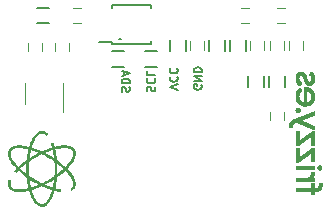
<source format=gbo>
%TF.GenerationSoftware,KiCad,Pcbnew,4.0.7*%
%TF.CreationDate,2018-05-06T16:09:47+02:00*%
%TF.ProjectId,OLEDModule,4F4C45444D6F64756C652E6B69636164,rev?*%
%TF.FileFunction,Legend,Bot*%
%FSLAX46Y46*%
G04 Gerber Fmt 4.6, Leading zero omitted, Abs format (unit mm)*
G04 Created by KiCad (PCBNEW 4.0.7) date 05/06/18 16:09:47*
%MOMM*%
%LPD*%
G01*
G04 APERTURE LIST*
%ADD10C,0.100000*%
%ADD11C,0.200000*%
%ADD12C,0.175000*%
%ADD13C,0.010000*%
%ADD14C,0.120000*%
%ADD15C,0.150000*%
G04 APERTURE END LIST*
D10*
D11*
X-18034000Y-20066000D02*
X-17907000Y-20066000D01*
D12*
X-17809333Y-24472000D02*
X-17842667Y-24372000D01*
X-17842667Y-24205333D01*
X-17809333Y-24138666D01*
X-17776000Y-24105333D01*
X-17709333Y-24072000D01*
X-17642667Y-24072000D01*
X-17576000Y-24105333D01*
X-17542667Y-24138666D01*
X-17509333Y-24205333D01*
X-17476000Y-24338666D01*
X-17442667Y-24405333D01*
X-17409333Y-24438666D01*
X-17342667Y-24472000D01*
X-17276000Y-24472000D01*
X-17209333Y-24438666D01*
X-17176000Y-24405333D01*
X-17142667Y-24338666D01*
X-17142667Y-24172000D01*
X-17176000Y-24072000D01*
X-17842667Y-23771999D02*
X-17142667Y-23771999D01*
X-17142667Y-23605333D01*
X-17176000Y-23505333D01*
X-17242667Y-23438666D01*
X-17309333Y-23405333D01*
X-17442667Y-23371999D01*
X-17542667Y-23371999D01*
X-17676000Y-23405333D01*
X-17742667Y-23438666D01*
X-17809333Y-23505333D01*
X-17842667Y-23605333D01*
X-17842667Y-23771999D01*
X-17642667Y-23105333D02*
X-17642667Y-22771999D01*
X-17842667Y-23171999D02*
X-17142667Y-22938666D01*
X-17842667Y-22705333D01*
X-15650333Y-24455334D02*
X-15683667Y-24355334D01*
X-15683667Y-24188667D01*
X-15650333Y-24122000D01*
X-15617000Y-24088667D01*
X-15550333Y-24055334D01*
X-15483667Y-24055334D01*
X-15417000Y-24088667D01*
X-15383667Y-24122000D01*
X-15350333Y-24188667D01*
X-15317000Y-24322000D01*
X-15283667Y-24388667D01*
X-15250333Y-24422000D01*
X-15183667Y-24455334D01*
X-15117000Y-24455334D01*
X-15050333Y-24422000D01*
X-15017000Y-24388667D01*
X-14983667Y-24322000D01*
X-14983667Y-24155334D01*
X-15017000Y-24055334D01*
X-15617000Y-23355333D02*
X-15650333Y-23388667D01*
X-15683667Y-23488667D01*
X-15683667Y-23555333D01*
X-15650333Y-23655333D01*
X-15583667Y-23722000D01*
X-15517000Y-23755333D01*
X-15383667Y-23788667D01*
X-15283667Y-23788667D01*
X-15150333Y-23755333D01*
X-15083667Y-23722000D01*
X-15017000Y-23655333D01*
X-14983667Y-23555333D01*
X-14983667Y-23488667D01*
X-15017000Y-23388667D01*
X-15050333Y-23355333D01*
X-15683667Y-22722000D02*
X-15683667Y-23055333D01*
X-14983667Y-23055333D01*
X-13078667Y-24301333D02*
X-13778667Y-24068000D01*
X-13078667Y-23834667D01*
X-13712000Y-23201333D02*
X-13745333Y-23234667D01*
X-13778667Y-23334667D01*
X-13778667Y-23401333D01*
X-13745333Y-23501333D01*
X-13678667Y-23568000D01*
X-13612000Y-23601333D01*
X-13478667Y-23634667D01*
X-13378667Y-23634667D01*
X-13245333Y-23601333D01*
X-13178667Y-23568000D01*
X-13112000Y-23501333D01*
X-13078667Y-23401333D01*
X-13078667Y-23334667D01*
X-13112000Y-23234667D01*
X-13145333Y-23201333D01*
X-13712000Y-22501333D02*
X-13745333Y-22534667D01*
X-13778667Y-22634667D01*
X-13778667Y-22701333D01*
X-13745333Y-22801333D01*
X-13678667Y-22868000D01*
X-13612000Y-22901333D01*
X-13478667Y-22934667D01*
X-13378667Y-22934667D01*
X-13245333Y-22901333D01*
X-13178667Y-22868000D01*
X-13112000Y-22801333D01*
X-13078667Y-22701333D01*
X-13078667Y-22634667D01*
X-13112000Y-22534667D01*
X-13145333Y-22501333D01*
X-11080000Y-23901333D02*
X-11046667Y-23967999D01*
X-11046667Y-24067999D01*
X-11080000Y-24167999D01*
X-11146667Y-24234666D01*
X-11213333Y-24267999D01*
X-11346667Y-24301333D01*
X-11446667Y-24301333D01*
X-11580000Y-24267999D01*
X-11646667Y-24234666D01*
X-11713333Y-24167999D01*
X-11746667Y-24067999D01*
X-11746667Y-24001333D01*
X-11713333Y-23901333D01*
X-11680000Y-23867999D01*
X-11446667Y-23867999D01*
X-11446667Y-24001333D01*
X-11746667Y-23567999D02*
X-11046667Y-23567999D01*
X-11746667Y-23167999D01*
X-11046667Y-23167999D01*
X-11746667Y-22834666D02*
X-11046667Y-22834666D01*
X-11046667Y-22668000D01*
X-11080000Y-22568000D01*
X-11146667Y-22501333D01*
X-11213333Y-22468000D01*
X-11346667Y-22434666D01*
X-11446667Y-22434666D01*
X-11580000Y-22468000D01*
X-11646667Y-22501333D01*
X-11713333Y-22568000D01*
X-11746667Y-22668000D01*
X-11746667Y-22834666D01*
D13*
G36*
X-1584324Y-27384210D02*
X-1614005Y-27374428D01*
X-1631950Y-27369363D01*
X-1651284Y-27359258D01*
X-1663700Y-27349450D01*
X-1682108Y-27335271D01*
X-1689100Y-27332198D01*
X-1707447Y-27327023D01*
X-1744472Y-27312651D01*
X-1795901Y-27290764D01*
X-1809750Y-27284653D01*
X-1842078Y-27270563D01*
X-1863401Y-27261766D01*
X-1866900Y-27260550D01*
X-1881400Y-27254890D01*
X-1910377Y-27242475D01*
X-1924050Y-27236448D01*
X-1985172Y-27209508D01*
X-2025808Y-27192058D01*
X-2044664Y-27184653D01*
X-2044700Y-27184643D01*
X-2059206Y-27178802D01*
X-2088193Y-27166278D01*
X-2101850Y-27160248D01*
X-2164952Y-27132443D01*
X-2205205Y-27115221D01*
X-2222500Y-27108575D01*
X-2236802Y-27102743D01*
X-2266170Y-27089780D01*
X-2286000Y-27080808D01*
X-2340640Y-27056801D01*
X-2375137Y-27043944D01*
X-2391744Y-27041412D01*
X-2392749Y-27041823D01*
X-2404515Y-27036398D01*
X-2424366Y-27020457D01*
X-2443247Y-27006392D01*
X-2451100Y-27006550D01*
X-2458778Y-27007363D01*
X-2473325Y-26996724D01*
X-2494356Y-26980459D01*
X-2504941Y-26975358D01*
X-2533674Y-26967174D01*
X-2582426Y-26947377D01*
X-2616200Y-26932293D01*
X-2650947Y-26917048D01*
X-2675597Y-26907339D01*
X-2681816Y-26905590D01*
X-2697987Y-26899535D01*
X-2694470Y-26887723D01*
X-2675298Y-26873484D01*
X-2644501Y-26860150D01*
X-2618383Y-26853177D01*
X-2592138Y-26845132D01*
X-2580283Y-26840351D01*
X-2559031Y-26831252D01*
X-2552700Y-26828783D01*
X-2535897Y-26822371D01*
X-2506150Y-26810584D01*
X-2474029Y-26797644D01*
X-2451100Y-26788196D01*
X-2430743Y-26779858D01*
X-2425700Y-26777950D01*
X-2409974Y-26771514D01*
X-2398116Y-26766350D01*
X-2370401Y-26756688D01*
X-2360016Y-26754390D01*
X-2334646Y-26745601D01*
X-2324100Y-26739861D01*
X-2294803Y-26727418D01*
X-2280646Y-26724090D01*
X-2252929Y-26715524D01*
X-2242546Y-26709503D01*
X-2222358Y-26699045D01*
X-2188910Y-26686265D01*
X-2178050Y-26682700D01*
X-2143122Y-26670347D01*
X-2118386Y-26659195D01*
X-2114550Y-26656725D01*
X-2098287Y-26647139D01*
X-2095500Y-26646500D01*
X-2088746Y-26645345D01*
X-2075315Y-26641181D01*
X-2050470Y-26632351D01*
X-2009471Y-26617195D01*
X-1974850Y-26604264D01*
X-1934560Y-26589308D01*
X-1904637Y-26578418D01*
X-1892300Y-26574188D01*
X-1876872Y-26568683D01*
X-1847435Y-26557251D01*
X-1813474Y-26543625D01*
X-1790700Y-26534196D01*
X-1770368Y-26526246D01*
X-1765300Y-26524651D01*
X-1751296Y-26519631D01*
X-1719737Y-26507625D01*
X-1676701Y-26490953D01*
X-1663700Y-26485873D01*
X-1618147Y-26468796D01*
X-1581832Y-26456584D01*
X-1561052Y-26451310D01*
X-1558925Y-26451345D01*
X-1555182Y-26440612D01*
X-1552130Y-26409370D01*
X-1550095Y-26362506D01*
X-1549400Y-26308051D01*
X-1550368Y-26249055D01*
X-1553022Y-26201959D01*
X-1556979Y-26171438D01*
X-1561273Y-26162000D01*
X-1581480Y-26166173D01*
X-1602548Y-26173179D01*
X-1628883Y-26182303D01*
X-1641608Y-26185622D01*
X-1658599Y-26191849D01*
X-1686797Y-26205267D01*
X-1689100Y-26206450D01*
X-1717697Y-26220217D01*
X-1735940Y-26227167D01*
X-1736591Y-26227279D01*
X-1754799Y-26232210D01*
X-1778000Y-26240099D01*
X-1812964Y-26252668D01*
X-1832077Y-26258945D01*
X-1843290Y-26261501D01*
X-1844808Y-26261726D01*
X-1861793Y-26268020D01*
X-1890019Y-26281478D01*
X-1892433Y-26282719D01*
X-1917729Y-26293588D01*
X-1930142Y-26294582D01*
X-1930400Y-26293708D01*
X-1938258Y-26294583D01*
X-1955800Y-26308050D01*
X-1974127Y-26321962D01*
X-1981200Y-26322393D01*
X-1990915Y-26321657D01*
X-2014744Y-26331153D01*
X-2019166Y-26333382D01*
X-2045677Y-26346336D01*
X-2059983Y-26351888D01*
X-2060441Y-26351865D01*
X-2073402Y-26355072D01*
X-2100946Y-26364409D01*
X-2134033Y-26376679D01*
X-2159000Y-26386705D01*
X-2179323Y-26394544D01*
X-2184400Y-26396048D01*
X-2199906Y-26402936D01*
X-2203450Y-26404979D01*
X-2221837Y-26412831D01*
X-2255979Y-26425089D01*
X-2286000Y-26435050D01*
X-2326272Y-26448567D01*
X-2357012Y-26459945D01*
X-2368550Y-26465122D01*
X-2385493Y-26473424D01*
X-2387600Y-26474020D01*
X-2402671Y-26479147D01*
X-2430466Y-26489836D01*
X-2432050Y-26490466D01*
X-2469055Y-26504915D01*
X-2489505Y-26511770D01*
X-2500295Y-26513200D01*
X-2503123Y-26512809D01*
X-2518249Y-26518356D01*
X-2528523Y-26525445D01*
X-2550045Y-26537028D01*
X-2586606Y-26551836D01*
X-2616200Y-26562050D01*
X-2656504Y-26575850D01*
X-2687251Y-26587954D01*
X-2698750Y-26593826D01*
X-2718222Y-26603348D01*
X-2751190Y-26615603D01*
X-2762250Y-26619213D01*
X-2797127Y-26631000D01*
X-2821863Y-26640764D01*
X-2825750Y-26642736D01*
X-2848507Y-26652017D01*
X-2851150Y-26652602D01*
X-2870169Y-26658791D01*
X-2901745Y-26671251D01*
X-2911414Y-26675330D01*
X-2942768Y-26688035D01*
X-2962942Y-26694884D01*
X-2965522Y-26695288D01*
X-2980160Y-26700280D01*
X-3007032Y-26712979D01*
X-3009900Y-26714450D01*
X-3038497Y-26728217D01*
X-3056740Y-26735167D01*
X-3057391Y-26735279D01*
X-3076926Y-26740698D01*
X-3109628Y-26752052D01*
X-3145137Y-26765714D01*
X-3149600Y-26767546D01*
X-3174259Y-26776602D01*
X-3181350Y-26778703D01*
X-3200079Y-26785569D01*
X-3231870Y-26798883D01*
X-3244850Y-26804588D01*
X-3277163Y-26818635D01*
X-3298488Y-26827270D01*
X-3302000Y-26828401D01*
X-3315251Y-26835604D01*
X-3342419Y-26852803D01*
X-3364224Y-26867272D01*
X-3400028Y-26891301D01*
X-3429483Y-26910871D01*
X-3439858Y-26917650D01*
X-3469723Y-26940039D01*
X-3503267Y-26969805D01*
X-3534755Y-27001205D01*
X-3558457Y-27028497D01*
X-3568640Y-27045940D01*
X-3568700Y-27046717D01*
X-3575161Y-27062261D01*
X-3579499Y-27063700D01*
X-3589728Y-27074147D01*
X-3606907Y-27101028D01*
X-3627476Y-27137651D01*
X-3647876Y-27177328D01*
X-3664547Y-27213367D01*
X-3673930Y-27239078D01*
X-3674640Y-27242524D01*
X-3682128Y-27267921D01*
X-3684785Y-27273250D01*
X-3688826Y-27291582D01*
X-3692370Y-27327624D01*
X-3694669Y-27373687D01*
X-3694712Y-27375180D01*
X-3697219Y-27464410D01*
X-3576719Y-27463932D01*
X-3524043Y-27463113D01*
X-3481678Y-27461305D01*
X-3455519Y-27458820D01*
X-3450151Y-27457252D01*
X-3445350Y-27442187D01*
X-3439394Y-27409932D01*
X-3435349Y-27381200D01*
X-3428216Y-27339404D01*
X-3419271Y-27307034D01*
X-3413553Y-27295475D01*
X-3406949Y-27281928D01*
X-3409950Y-27279600D01*
X-3410861Y-27271712D01*
X-3402475Y-27259196D01*
X-3382577Y-27230518D01*
X-3372241Y-27212113D01*
X-3353993Y-27188904D01*
X-3323364Y-27161283D01*
X-3308245Y-27149972D01*
X-3268062Y-27123771D01*
X-3221062Y-27095988D01*
X-3172496Y-27069353D01*
X-3127620Y-27046596D01*
X-3091686Y-27030448D01*
X-3069949Y-27023637D01*
X-3066295Y-27024239D01*
X-3050228Y-27032553D01*
X-3050116Y-27032562D01*
X-3035087Y-27037901D01*
X-3004010Y-27051275D01*
X-2965450Y-27068935D01*
X-2924233Y-27087626D01*
X-2891292Y-27101381D01*
X-2874656Y-27106980D01*
X-2852622Y-27116584D01*
X-2842906Y-27123502D01*
X-2823168Y-27136633D01*
X-2816358Y-27139168D01*
X-2786236Y-27148022D01*
X-2735690Y-27168715D01*
X-2705100Y-27182408D01*
X-2670848Y-27197646D01*
X-2647209Y-27207451D01*
X-2641600Y-27209306D01*
X-2626735Y-27216016D01*
X-2616200Y-27222288D01*
X-2592858Y-27233968D01*
X-2584450Y-27236393D01*
X-2566181Y-27242474D01*
X-2534028Y-27255731D01*
X-2514600Y-27264362D01*
X-2430330Y-27302517D01*
X-2357542Y-27335075D01*
X-2299051Y-27360799D01*
X-2257670Y-27378454D01*
X-2236215Y-27386802D01*
X-2235200Y-27387098D01*
X-2221295Y-27392960D01*
X-2191077Y-27406671D01*
X-2152650Y-27424535D01*
X-2111796Y-27443157D01*
X-2079594Y-27456829D01*
X-2063750Y-27462381D01*
X-2042656Y-27470553D01*
X-2032000Y-27476613D01*
X-2012456Y-27487554D01*
X-2006600Y-27489728D01*
X-1992110Y-27495031D01*
X-1963155Y-27507233D01*
X-1949450Y-27513253D01*
X-1891163Y-27538961D01*
X-1853232Y-27555243D01*
X-1832924Y-27563259D01*
X-1828800Y-27564481D01*
X-1813910Y-27571571D01*
X-1803400Y-27577888D01*
X-1780049Y-27589638D01*
X-1771650Y-27592120D01*
X-1754304Y-27598275D01*
X-1721401Y-27612319D01*
X-1682750Y-27629966D01*
X-1642719Y-27648281D01*
X-1612154Y-27661388D01*
X-1598083Y-27666339D01*
X-1582064Y-27674647D01*
X-1580091Y-27676475D01*
X-1567499Y-27684794D01*
X-1558738Y-27678557D01*
X-1553204Y-27655102D01*
X-1550294Y-27611768D01*
X-1549402Y-27545892D01*
X-1549399Y-27541193D01*
X-1549399Y-27396385D01*
X-1584324Y-27384210D01*
X-1584324Y-27384210D01*
G37*
X-1584324Y-27384210D02*
X-1614005Y-27374428D01*
X-1631950Y-27369363D01*
X-1651284Y-27359258D01*
X-1663700Y-27349450D01*
X-1682108Y-27335271D01*
X-1689100Y-27332198D01*
X-1707447Y-27327023D01*
X-1744472Y-27312651D01*
X-1795901Y-27290764D01*
X-1809750Y-27284653D01*
X-1842078Y-27270563D01*
X-1863401Y-27261766D01*
X-1866900Y-27260550D01*
X-1881400Y-27254890D01*
X-1910377Y-27242475D01*
X-1924050Y-27236448D01*
X-1985172Y-27209508D01*
X-2025808Y-27192058D01*
X-2044664Y-27184653D01*
X-2044700Y-27184643D01*
X-2059206Y-27178802D01*
X-2088193Y-27166278D01*
X-2101850Y-27160248D01*
X-2164952Y-27132443D01*
X-2205205Y-27115221D01*
X-2222500Y-27108575D01*
X-2236802Y-27102743D01*
X-2266170Y-27089780D01*
X-2286000Y-27080808D01*
X-2340640Y-27056801D01*
X-2375137Y-27043944D01*
X-2391744Y-27041412D01*
X-2392749Y-27041823D01*
X-2404515Y-27036398D01*
X-2424366Y-27020457D01*
X-2443247Y-27006392D01*
X-2451100Y-27006550D01*
X-2458778Y-27007363D01*
X-2473325Y-26996724D01*
X-2494356Y-26980459D01*
X-2504941Y-26975358D01*
X-2533674Y-26967174D01*
X-2582426Y-26947377D01*
X-2616200Y-26932293D01*
X-2650947Y-26917048D01*
X-2675597Y-26907339D01*
X-2681816Y-26905590D01*
X-2697987Y-26899535D01*
X-2694470Y-26887723D01*
X-2675298Y-26873484D01*
X-2644501Y-26860150D01*
X-2618383Y-26853177D01*
X-2592138Y-26845132D01*
X-2580283Y-26840351D01*
X-2559031Y-26831252D01*
X-2552700Y-26828783D01*
X-2535897Y-26822371D01*
X-2506150Y-26810584D01*
X-2474029Y-26797644D01*
X-2451100Y-26788196D01*
X-2430743Y-26779858D01*
X-2425700Y-26777950D01*
X-2409974Y-26771514D01*
X-2398116Y-26766350D01*
X-2370401Y-26756688D01*
X-2360016Y-26754390D01*
X-2334646Y-26745601D01*
X-2324100Y-26739861D01*
X-2294803Y-26727418D01*
X-2280646Y-26724090D01*
X-2252929Y-26715524D01*
X-2242546Y-26709503D01*
X-2222358Y-26699045D01*
X-2188910Y-26686265D01*
X-2178050Y-26682700D01*
X-2143122Y-26670347D01*
X-2118386Y-26659195D01*
X-2114550Y-26656725D01*
X-2098287Y-26647139D01*
X-2095500Y-26646500D01*
X-2088746Y-26645345D01*
X-2075315Y-26641181D01*
X-2050470Y-26632351D01*
X-2009471Y-26617195D01*
X-1974850Y-26604264D01*
X-1934560Y-26589308D01*
X-1904637Y-26578418D01*
X-1892300Y-26574188D01*
X-1876872Y-26568683D01*
X-1847435Y-26557251D01*
X-1813474Y-26543625D01*
X-1790700Y-26534196D01*
X-1770368Y-26526246D01*
X-1765300Y-26524651D01*
X-1751296Y-26519631D01*
X-1719737Y-26507625D01*
X-1676701Y-26490953D01*
X-1663700Y-26485873D01*
X-1618147Y-26468796D01*
X-1581832Y-26456584D01*
X-1561052Y-26451310D01*
X-1558925Y-26451345D01*
X-1555182Y-26440612D01*
X-1552130Y-26409370D01*
X-1550095Y-26362506D01*
X-1549400Y-26308051D01*
X-1550368Y-26249055D01*
X-1553022Y-26201959D01*
X-1556979Y-26171438D01*
X-1561273Y-26162000D01*
X-1581480Y-26166173D01*
X-1602548Y-26173179D01*
X-1628883Y-26182303D01*
X-1641608Y-26185622D01*
X-1658599Y-26191849D01*
X-1686797Y-26205267D01*
X-1689100Y-26206450D01*
X-1717697Y-26220217D01*
X-1735940Y-26227167D01*
X-1736591Y-26227279D01*
X-1754799Y-26232210D01*
X-1778000Y-26240099D01*
X-1812964Y-26252668D01*
X-1832077Y-26258945D01*
X-1843290Y-26261501D01*
X-1844808Y-26261726D01*
X-1861793Y-26268020D01*
X-1890019Y-26281478D01*
X-1892433Y-26282719D01*
X-1917729Y-26293588D01*
X-1930142Y-26294582D01*
X-1930400Y-26293708D01*
X-1938258Y-26294583D01*
X-1955800Y-26308050D01*
X-1974127Y-26321962D01*
X-1981200Y-26322393D01*
X-1990915Y-26321657D01*
X-2014744Y-26331153D01*
X-2019166Y-26333382D01*
X-2045677Y-26346336D01*
X-2059983Y-26351888D01*
X-2060441Y-26351865D01*
X-2073402Y-26355072D01*
X-2100946Y-26364409D01*
X-2134033Y-26376679D01*
X-2159000Y-26386705D01*
X-2179323Y-26394544D01*
X-2184400Y-26396048D01*
X-2199906Y-26402936D01*
X-2203450Y-26404979D01*
X-2221837Y-26412831D01*
X-2255979Y-26425089D01*
X-2286000Y-26435050D01*
X-2326272Y-26448567D01*
X-2357012Y-26459945D01*
X-2368550Y-26465122D01*
X-2385493Y-26473424D01*
X-2387600Y-26474020D01*
X-2402671Y-26479147D01*
X-2430466Y-26489836D01*
X-2432050Y-26490466D01*
X-2469055Y-26504915D01*
X-2489505Y-26511770D01*
X-2500295Y-26513200D01*
X-2503123Y-26512809D01*
X-2518249Y-26518356D01*
X-2528523Y-26525445D01*
X-2550045Y-26537028D01*
X-2586606Y-26551836D01*
X-2616200Y-26562050D01*
X-2656504Y-26575850D01*
X-2687251Y-26587954D01*
X-2698750Y-26593826D01*
X-2718222Y-26603348D01*
X-2751190Y-26615603D01*
X-2762250Y-26619213D01*
X-2797127Y-26631000D01*
X-2821863Y-26640764D01*
X-2825750Y-26642736D01*
X-2848507Y-26652017D01*
X-2851150Y-26652602D01*
X-2870169Y-26658791D01*
X-2901745Y-26671251D01*
X-2911414Y-26675330D01*
X-2942768Y-26688035D01*
X-2962942Y-26694884D01*
X-2965522Y-26695288D01*
X-2980160Y-26700280D01*
X-3007032Y-26712979D01*
X-3009900Y-26714450D01*
X-3038497Y-26728217D01*
X-3056740Y-26735167D01*
X-3057391Y-26735279D01*
X-3076926Y-26740698D01*
X-3109628Y-26752052D01*
X-3145137Y-26765714D01*
X-3149600Y-26767546D01*
X-3174259Y-26776602D01*
X-3181350Y-26778703D01*
X-3200079Y-26785569D01*
X-3231870Y-26798883D01*
X-3244850Y-26804588D01*
X-3277163Y-26818635D01*
X-3298488Y-26827270D01*
X-3302000Y-26828401D01*
X-3315251Y-26835604D01*
X-3342419Y-26852803D01*
X-3364224Y-26867272D01*
X-3400028Y-26891301D01*
X-3429483Y-26910871D01*
X-3439858Y-26917650D01*
X-3469723Y-26940039D01*
X-3503267Y-26969805D01*
X-3534755Y-27001205D01*
X-3558457Y-27028497D01*
X-3568640Y-27045940D01*
X-3568700Y-27046717D01*
X-3575161Y-27062261D01*
X-3579499Y-27063700D01*
X-3589728Y-27074147D01*
X-3606907Y-27101028D01*
X-3627476Y-27137651D01*
X-3647876Y-27177328D01*
X-3664547Y-27213367D01*
X-3673930Y-27239078D01*
X-3674640Y-27242524D01*
X-3682128Y-27267921D01*
X-3684785Y-27273250D01*
X-3688826Y-27291582D01*
X-3692370Y-27327624D01*
X-3694669Y-27373687D01*
X-3694712Y-27375180D01*
X-3697219Y-27464410D01*
X-3576719Y-27463932D01*
X-3524043Y-27463113D01*
X-3481678Y-27461305D01*
X-3455519Y-27458820D01*
X-3450151Y-27457252D01*
X-3445350Y-27442187D01*
X-3439394Y-27409932D01*
X-3435349Y-27381200D01*
X-3428216Y-27339404D01*
X-3419271Y-27307034D01*
X-3413553Y-27295475D01*
X-3406949Y-27281928D01*
X-3409950Y-27279600D01*
X-3410861Y-27271712D01*
X-3402475Y-27259196D01*
X-3382577Y-27230518D01*
X-3372241Y-27212113D01*
X-3353993Y-27188904D01*
X-3323364Y-27161283D01*
X-3308245Y-27149972D01*
X-3268062Y-27123771D01*
X-3221062Y-27095988D01*
X-3172496Y-27069353D01*
X-3127620Y-27046596D01*
X-3091686Y-27030448D01*
X-3069949Y-27023637D01*
X-3066295Y-27024239D01*
X-3050228Y-27032553D01*
X-3050116Y-27032562D01*
X-3035087Y-27037901D01*
X-3004010Y-27051275D01*
X-2965450Y-27068935D01*
X-2924233Y-27087626D01*
X-2891292Y-27101381D01*
X-2874656Y-27106980D01*
X-2852622Y-27116584D01*
X-2842906Y-27123502D01*
X-2823168Y-27136633D01*
X-2816358Y-27139168D01*
X-2786236Y-27148022D01*
X-2735690Y-27168715D01*
X-2705100Y-27182408D01*
X-2670848Y-27197646D01*
X-2647209Y-27207451D01*
X-2641600Y-27209306D01*
X-2626735Y-27216016D01*
X-2616200Y-27222288D01*
X-2592858Y-27233968D01*
X-2584450Y-27236393D01*
X-2566181Y-27242474D01*
X-2534028Y-27255731D01*
X-2514600Y-27264362D01*
X-2430330Y-27302517D01*
X-2357542Y-27335075D01*
X-2299051Y-27360799D01*
X-2257670Y-27378454D01*
X-2236215Y-27386802D01*
X-2235200Y-27387098D01*
X-2221295Y-27392960D01*
X-2191077Y-27406671D01*
X-2152650Y-27424535D01*
X-2111796Y-27443157D01*
X-2079594Y-27456829D01*
X-2063750Y-27462381D01*
X-2042656Y-27470553D01*
X-2032000Y-27476613D01*
X-2012456Y-27487554D01*
X-2006600Y-27489728D01*
X-1992110Y-27495031D01*
X-1963155Y-27507233D01*
X-1949450Y-27513253D01*
X-1891163Y-27538961D01*
X-1853232Y-27555243D01*
X-1832924Y-27563259D01*
X-1828800Y-27564481D01*
X-1813910Y-27571571D01*
X-1803400Y-27577888D01*
X-1780049Y-27589638D01*
X-1771650Y-27592120D01*
X-1754304Y-27598275D01*
X-1721401Y-27612319D01*
X-1682750Y-27629966D01*
X-1642719Y-27648281D01*
X-1612154Y-27661388D01*
X-1598083Y-27666339D01*
X-1582064Y-27674647D01*
X-1580091Y-27676475D01*
X-1567499Y-27684794D01*
X-1558738Y-27678557D01*
X-1553204Y-27655102D01*
X-1550294Y-27611768D01*
X-1549402Y-27545892D01*
X-1549399Y-27541193D01*
X-1549399Y-27396385D01*
X-1584324Y-27384210D01*
G36*
X-3359150Y-27203400D02*
X-3365500Y-27209750D01*
X-3359150Y-27216100D01*
X-3352800Y-27209750D01*
X-3359150Y-27203400D01*
X-3359150Y-27203400D01*
G37*
X-3359150Y-27203400D02*
X-3365500Y-27209750D01*
X-3359150Y-27216100D01*
X-3352800Y-27209750D01*
X-3359150Y-27203400D01*
G36*
X-2738094Y-25980701D02*
X-2744060Y-25951039D01*
X-2758950Y-25926363D01*
X-2786856Y-25896472D01*
X-2789979Y-25893344D01*
X-2823368Y-25862505D01*
X-2851286Y-25846103D01*
X-2884569Y-25839100D01*
X-2910390Y-25837370D01*
X-2972545Y-25840537D01*
X-3022377Y-25859157D01*
X-3069505Y-25897147D01*
X-3077668Y-25905528D01*
X-3105223Y-25950121D01*
X-3120146Y-26006735D01*
X-3121004Y-26065015D01*
X-3106585Y-26114194D01*
X-3085648Y-26150270D01*
X-3066459Y-26178992D01*
X-3052699Y-26195284D01*
X-3048000Y-26195021D01*
X-3040167Y-26193066D01*
X-3027711Y-26201128D01*
X-2989727Y-26220288D01*
X-2940418Y-26229363D01*
X-2889574Y-26228093D01*
X-2846986Y-26216219D01*
X-2831969Y-26206333D01*
X-2813781Y-26193337D01*
X-2806700Y-26194730D01*
X-2800415Y-26192058D01*
X-2784347Y-26172870D01*
X-2771775Y-26155424D01*
X-2750994Y-26120328D01*
X-2740429Y-26085397D01*
X-2737044Y-26039303D01*
X-2736962Y-26025550D01*
X-2738094Y-25980701D01*
X-2738094Y-25980701D01*
G37*
X-2738094Y-25980701D02*
X-2744060Y-25951039D01*
X-2758950Y-25926363D01*
X-2786856Y-25896472D01*
X-2789979Y-25893344D01*
X-2823368Y-25862505D01*
X-2851286Y-25846103D01*
X-2884569Y-25839100D01*
X-2910390Y-25837370D01*
X-2972545Y-25840537D01*
X-3022377Y-25859157D01*
X-3069505Y-25897147D01*
X-3077668Y-25905528D01*
X-3105223Y-25950121D01*
X-3120146Y-26006735D01*
X-3121004Y-26065015D01*
X-3106585Y-26114194D01*
X-3085648Y-26150270D01*
X-3066459Y-26178992D01*
X-3052699Y-26195284D01*
X-3048000Y-26195021D01*
X-3040167Y-26193066D01*
X-3027711Y-26201128D01*
X-2989727Y-26220288D01*
X-2940418Y-26229363D01*
X-2889574Y-26228093D01*
X-2846986Y-26216219D01*
X-2831969Y-26206333D01*
X-2813781Y-26193337D01*
X-2806700Y-26194730D01*
X-2800415Y-26192058D01*
X-2784347Y-26172870D01*
X-2771775Y-26155424D01*
X-2750994Y-26120328D01*
X-2740429Y-26085397D01*
X-2737044Y-26039303D01*
X-2736962Y-26025550D01*
X-2738094Y-25980701D01*
G36*
X-1517838Y-24788049D02*
X-1524720Y-24707286D01*
X-1540384Y-24635282D01*
X-1566762Y-24563955D01*
X-1605786Y-24485226D01*
X-1619552Y-24460200D01*
X-1635081Y-24438933D01*
X-1662560Y-24407065D01*
X-1697575Y-24369117D01*
X-1735714Y-24329610D01*
X-1772563Y-24293064D01*
X-1803710Y-24263999D01*
X-1824742Y-24246934D01*
X-1830332Y-24244300D01*
X-1846167Y-24237726D01*
X-1874062Y-24221203D01*
X-1886339Y-24213106D01*
X-1929452Y-24188615D01*
X-1985681Y-24162823D01*
X-2044011Y-24140311D01*
X-2093427Y-24125659D01*
X-2099839Y-24124337D01*
X-2121476Y-24119418D01*
X-2127250Y-24116984D01*
X-2138938Y-24112561D01*
X-2169969Y-24108862D01*
X-2214294Y-24106026D01*
X-2265862Y-24104193D01*
X-2318622Y-24103504D01*
X-2366525Y-24104099D01*
X-2403522Y-24106116D01*
X-2423560Y-24109698D01*
X-2424344Y-24110113D01*
X-2427857Y-24121347D01*
X-2430824Y-24151033D01*
X-2433268Y-24200180D01*
X-2435209Y-24269796D01*
X-2436671Y-24360890D01*
X-2437675Y-24474472D01*
X-2438243Y-24611549D01*
X-2438400Y-24753231D01*
X-2438400Y-25387663D01*
X-2479155Y-25380483D01*
X-2512873Y-25371372D01*
X-2536305Y-25359696D01*
X-2550217Y-25351530D01*
X-2552700Y-25353242D01*
X-2561683Y-25355156D01*
X-2585210Y-25344402D01*
X-2618148Y-25324375D01*
X-2655364Y-25298470D01*
X-2691724Y-25270081D01*
X-2722096Y-25242602D01*
X-2725802Y-25238785D01*
X-2749674Y-25208318D01*
X-2777658Y-25165034D01*
X-2805097Y-25117106D01*
X-2827336Y-25072707D01*
X-2839718Y-25040012D01*
X-2840163Y-25038050D01*
X-2844484Y-25015622D01*
X-2847344Y-24999950D01*
X-2855033Y-24972322D01*
X-2860125Y-24961372D01*
X-2863826Y-24942908D01*
X-2866199Y-24906365D01*
X-2867267Y-24859028D01*
X-2867055Y-24808181D01*
X-2865588Y-24761110D01*
X-2862891Y-24725099D01*
X-2859261Y-24707850D01*
X-2851062Y-24685055D01*
X-2848151Y-24671149D01*
X-2836219Y-24630980D01*
X-2814370Y-24582751D01*
X-2788496Y-24538287D01*
X-2770175Y-24514707D01*
X-2751134Y-24492627D01*
X-2743200Y-24478884D01*
X-2743200Y-24478874D01*
X-2735275Y-24464638D01*
X-2724150Y-24452036D01*
X-2709166Y-24439809D01*
X-2705100Y-24440159D01*
X-2696920Y-24437939D01*
X-2677009Y-24422890D01*
X-2674825Y-24421009D01*
X-2654915Y-24400712D01*
X-2652433Y-24382521D01*
X-2662930Y-24357846D01*
X-2678933Y-24330159D01*
X-2692122Y-24314329D01*
X-2692390Y-24314156D01*
X-2703519Y-24299817D01*
X-2721117Y-24269578D01*
X-2737391Y-24237982D01*
X-2757615Y-24199537D01*
X-2774620Y-24181039D01*
X-2794317Y-24181783D01*
X-2822614Y-24201065D01*
X-2849950Y-24224549D01*
X-2876283Y-24245471D01*
X-2895120Y-24256497D01*
X-2897575Y-24257000D01*
X-2906812Y-24267446D01*
X-2908300Y-24278167D01*
X-2911924Y-24292349D01*
X-2916161Y-24291472D01*
X-2929507Y-24292571D01*
X-2946659Y-24306680D01*
X-2958158Y-24325147D01*
X-2959100Y-24330738D01*
X-2967817Y-24348192D01*
X-2977586Y-24358133D01*
X-2992717Y-24377599D01*
X-3013741Y-24412986D01*
X-3037097Y-24457155D01*
X-3059226Y-24502970D01*
X-3076567Y-24543295D01*
X-3085561Y-24570990D01*
X-3086100Y-24575671D01*
X-3091130Y-24598737D01*
X-3094934Y-24604501D01*
X-3101876Y-24614790D01*
X-3107019Y-24632363D01*
X-3110800Y-24661246D01*
X-3113653Y-24705461D01*
X-3116016Y-24769035D01*
X-3117153Y-24809450D01*
X-3117874Y-24875505D01*
X-3116754Y-24938111D01*
X-3114032Y-24989590D01*
X-3110613Y-25019000D01*
X-3099440Y-25077605D01*
X-3090504Y-25117870D01*
X-3081861Y-25146510D01*
X-3071568Y-25170238D01*
X-3061336Y-25189317D01*
X-3047250Y-25218072D01*
X-3042196Y-25236211D01*
X-3042857Y-25238224D01*
X-3039389Y-25249680D01*
X-3029256Y-25260046D01*
X-3013001Y-25280659D01*
X-3009900Y-25291637D01*
X-3001247Y-25311117D01*
X-2984500Y-25330150D01*
X-2965460Y-25352457D01*
X-2959100Y-25368072D01*
X-2950462Y-25383487D01*
X-2927632Y-25410566D01*
X-2895232Y-25443908D01*
X-2889250Y-25449672D01*
X-2856289Y-25479969D01*
X-2831708Y-25500353D01*
X-2819864Y-25507273D01*
X-2819400Y-25506593D01*
X-2811448Y-25508270D01*
X-2791441Y-25523987D01*
X-2781300Y-25533350D01*
X-2758099Y-25553352D01*
X-2744597Y-25560685D01*
X-2743200Y-25559158D01*
X-2735371Y-25557751D01*
X-2720975Y-25567552D01*
X-2690929Y-25587747D01*
X-2662139Y-25598846D01*
X-2654300Y-25599438D01*
X-2639562Y-25604382D01*
X-2618550Y-25614642D01*
X-2587548Y-25628579D01*
X-2567750Y-25634778D01*
X-2542046Y-25640359D01*
X-2504725Y-25648767D01*
X-2494172Y-25651186D01*
X-2456139Y-25656420D01*
X-2401844Y-25659448D01*
X-2337792Y-25660401D01*
X-2270492Y-25659411D01*
X-2209800Y-25656757D01*
X-2209800Y-25388826D01*
X-2209800Y-24879207D01*
X-2209772Y-24752187D01*
X-2209613Y-24648290D01*
X-2209208Y-24565239D01*
X-2208443Y-24500756D01*
X-2207201Y-24452563D01*
X-2205368Y-24418385D01*
X-2202831Y-24395942D01*
X-2199473Y-24382959D01*
X-2195179Y-24377159D01*
X-2189836Y-24376262D01*
X-2184508Y-24377616D01*
X-2152142Y-24386149D01*
X-2124578Y-24391924D01*
X-2092653Y-24401398D01*
X-2073669Y-24411708D01*
X-2059831Y-24419790D01*
X-2057400Y-24418059D01*
X-2048272Y-24417720D01*
X-2024733Y-24429010D01*
X-1992545Y-24448128D01*
X-1957471Y-24471272D01*
X-1925275Y-24494642D01*
X-1901720Y-24514435D01*
X-1892571Y-24526779D01*
X-1884811Y-24542047D01*
X-1866429Y-24565956D01*
X-1865595Y-24566920D01*
X-1848474Y-24589723D01*
X-1843160Y-24603388D01*
X-1843370Y-24603783D01*
X-1839572Y-24616774D01*
X-1827423Y-24633492D01*
X-1812607Y-24656053D01*
X-1798324Y-24685933D01*
X-1787704Y-24715006D01*
X-1783874Y-24735147D01*
X-1786565Y-24739600D01*
X-1786289Y-24747342D01*
X-1780224Y-24755971D01*
X-1774824Y-24775292D01*
X-1771680Y-24812652D01*
X-1770749Y-24860792D01*
X-1771987Y-24912455D01*
X-1775351Y-24960383D01*
X-1780798Y-24997318D01*
X-1781692Y-25001075D01*
X-1802049Y-25072615D01*
X-1821203Y-25121664D01*
X-1840288Y-25151022D01*
X-1843448Y-25154114D01*
X-1861449Y-25174242D01*
X-1866900Y-25185972D01*
X-1876512Y-25206067D01*
X-1901096Y-25234293D01*
X-1934276Y-25265161D01*
X-1969672Y-25293177D01*
X-2000907Y-25312852D01*
X-2021141Y-25318781D01*
X-2035504Y-25325426D01*
X-2056066Y-25341644D01*
X-2074993Y-25356182D01*
X-2082800Y-25357072D01*
X-2092124Y-25355465D01*
X-2109950Y-25362838D01*
X-2143698Y-25375995D01*
X-2173450Y-25383097D01*
X-2209800Y-25388826D01*
X-2209800Y-25656757D01*
X-2206449Y-25656610D01*
X-2152171Y-25652129D01*
X-2114164Y-25646101D01*
X-2105025Y-25643305D01*
X-2080503Y-25635265D01*
X-2070102Y-25635513D01*
X-2070100Y-25635591D01*
X-2060330Y-25634781D01*
X-2036374Y-25624471D01*
X-2032000Y-25622250D01*
X-2006649Y-25611346D01*
X-1994170Y-25610304D01*
X-1993900Y-25611193D01*
X-1986041Y-25610318D01*
X-1968500Y-25596850D01*
X-1950222Y-25583471D01*
X-1943100Y-25584150D01*
X-1935376Y-25584800D01*
X-1919844Y-25573391D01*
X-1900006Y-25559715D01*
X-1890133Y-25558801D01*
X-1878087Y-25555408D01*
X-1860620Y-25539778D01*
X-1839549Y-25520801D01*
X-1825915Y-25514300D01*
X-1808240Y-25505220D01*
X-1779271Y-25481146D01*
X-1743690Y-25446833D01*
X-1706180Y-25407033D01*
X-1671424Y-25366498D01*
X-1644105Y-25329983D01*
X-1643668Y-25329328D01*
X-1606593Y-25268098D01*
X-1574866Y-25205390D01*
X-1552304Y-25149267D01*
X-1544185Y-25119202D01*
X-1539246Y-25096096D01*
X-1536672Y-25088850D01*
X-1530803Y-25076440D01*
X-1525679Y-25040354D01*
X-1521461Y-24982310D01*
X-1518306Y-24904026D01*
X-1517806Y-24885650D01*
X-1517838Y-24788049D01*
X-1517838Y-24788049D01*
G37*
X-1517838Y-24788049D02*
X-1524720Y-24707286D01*
X-1540384Y-24635282D01*
X-1566762Y-24563955D01*
X-1605786Y-24485226D01*
X-1619552Y-24460200D01*
X-1635081Y-24438933D01*
X-1662560Y-24407065D01*
X-1697575Y-24369117D01*
X-1735714Y-24329610D01*
X-1772563Y-24293064D01*
X-1803710Y-24263999D01*
X-1824742Y-24246934D01*
X-1830332Y-24244300D01*
X-1846167Y-24237726D01*
X-1874062Y-24221203D01*
X-1886339Y-24213106D01*
X-1929452Y-24188615D01*
X-1985681Y-24162823D01*
X-2044011Y-24140311D01*
X-2093427Y-24125659D01*
X-2099839Y-24124337D01*
X-2121476Y-24119418D01*
X-2127250Y-24116984D01*
X-2138938Y-24112561D01*
X-2169969Y-24108862D01*
X-2214294Y-24106026D01*
X-2265862Y-24104193D01*
X-2318622Y-24103504D01*
X-2366525Y-24104099D01*
X-2403522Y-24106116D01*
X-2423560Y-24109698D01*
X-2424344Y-24110113D01*
X-2427857Y-24121347D01*
X-2430824Y-24151033D01*
X-2433268Y-24200180D01*
X-2435209Y-24269796D01*
X-2436671Y-24360890D01*
X-2437675Y-24474472D01*
X-2438243Y-24611549D01*
X-2438400Y-24753231D01*
X-2438400Y-25387663D01*
X-2479155Y-25380483D01*
X-2512873Y-25371372D01*
X-2536305Y-25359696D01*
X-2550217Y-25351530D01*
X-2552700Y-25353242D01*
X-2561683Y-25355156D01*
X-2585210Y-25344402D01*
X-2618148Y-25324375D01*
X-2655364Y-25298470D01*
X-2691724Y-25270081D01*
X-2722096Y-25242602D01*
X-2725802Y-25238785D01*
X-2749674Y-25208318D01*
X-2777658Y-25165034D01*
X-2805097Y-25117106D01*
X-2827336Y-25072707D01*
X-2839718Y-25040012D01*
X-2840163Y-25038050D01*
X-2844484Y-25015622D01*
X-2847344Y-24999950D01*
X-2855033Y-24972322D01*
X-2860125Y-24961372D01*
X-2863826Y-24942908D01*
X-2866199Y-24906365D01*
X-2867267Y-24859028D01*
X-2867055Y-24808181D01*
X-2865588Y-24761110D01*
X-2862891Y-24725099D01*
X-2859261Y-24707850D01*
X-2851062Y-24685055D01*
X-2848151Y-24671149D01*
X-2836219Y-24630980D01*
X-2814370Y-24582751D01*
X-2788496Y-24538287D01*
X-2770175Y-24514707D01*
X-2751134Y-24492627D01*
X-2743200Y-24478884D01*
X-2743200Y-24478874D01*
X-2735275Y-24464638D01*
X-2724150Y-24452036D01*
X-2709166Y-24439809D01*
X-2705100Y-24440159D01*
X-2696920Y-24437939D01*
X-2677009Y-24422890D01*
X-2674825Y-24421009D01*
X-2654915Y-24400712D01*
X-2652433Y-24382521D01*
X-2662930Y-24357846D01*
X-2678933Y-24330159D01*
X-2692122Y-24314329D01*
X-2692390Y-24314156D01*
X-2703519Y-24299817D01*
X-2721117Y-24269578D01*
X-2737391Y-24237982D01*
X-2757615Y-24199537D01*
X-2774620Y-24181039D01*
X-2794317Y-24181783D01*
X-2822614Y-24201065D01*
X-2849950Y-24224549D01*
X-2876283Y-24245471D01*
X-2895120Y-24256497D01*
X-2897575Y-24257000D01*
X-2906812Y-24267446D01*
X-2908300Y-24278167D01*
X-2911924Y-24292349D01*
X-2916161Y-24291472D01*
X-2929507Y-24292571D01*
X-2946659Y-24306680D01*
X-2958158Y-24325147D01*
X-2959100Y-24330738D01*
X-2967817Y-24348192D01*
X-2977586Y-24358133D01*
X-2992717Y-24377599D01*
X-3013741Y-24412986D01*
X-3037097Y-24457155D01*
X-3059226Y-24502970D01*
X-3076567Y-24543295D01*
X-3085561Y-24570990D01*
X-3086100Y-24575671D01*
X-3091130Y-24598737D01*
X-3094934Y-24604501D01*
X-3101876Y-24614790D01*
X-3107019Y-24632363D01*
X-3110800Y-24661246D01*
X-3113653Y-24705461D01*
X-3116016Y-24769035D01*
X-3117153Y-24809450D01*
X-3117874Y-24875505D01*
X-3116754Y-24938111D01*
X-3114032Y-24989590D01*
X-3110613Y-25019000D01*
X-3099440Y-25077605D01*
X-3090504Y-25117870D01*
X-3081861Y-25146510D01*
X-3071568Y-25170238D01*
X-3061336Y-25189317D01*
X-3047250Y-25218072D01*
X-3042196Y-25236211D01*
X-3042857Y-25238224D01*
X-3039389Y-25249680D01*
X-3029256Y-25260046D01*
X-3013001Y-25280659D01*
X-3009900Y-25291637D01*
X-3001247Y-25311117D01*
X-2984500Y-25330150D01*
X-2965460Y-25352457D01*
X-2959100Y-25368072D01*
X-2950462Y-25383487D01*
X-2927632Y-25410566D01*
X-2895232Y-25443908D01*
X-2889250Y-25449672D01*
X-2856289Y-25479969D01*
X-2831708Y-25500353D01*
X-2819864Y-25507273D01*
X-2819400Y-25506593D01*
X-2811448Y-25508270D01*
X-2791441Y-25523987D01*
X-2781300Y-25533350D01*
X-2758099Y-25553352D01*
X-2744597Y-25560685D01*
X-2743200Y-25559158D01*
X-2735371Y-25557751D01*
X-2720975Y-25567552D01*
X-2690929Y-25587747D01*
X-2662139Y-25598846D01*
X-2654300Y-25599438D01*
X-2639562Y-25604382D01*
X-2618550Y-25614642D01*
X-2587548Y-25628579D01*
X-2567750Y-25634778D01*
X-2542046Y-25640359D01*
X-2504725Y-25648767D01*
X-2494172Y-25651186D01*
X-2456139Y-25656420D01*
X-2401844Y-25659448D01*
X-2337792Y-25660401D01*
X-2270492Y-25659411D01*
X-2209800Y-25656757D01*
X-2209800Y-25388826D01*
X-2209800Y-24879207D01*
X-2209772Y-24752187D01*
X-2209613Y-24648290D01*
X-2209208Y-24565239D01*
X-2208443Y-24500756D01*
X-2207201Y-24452563D01*
X-2205368Y-24418385D01*
X-2202831Y-24395942D01*
X-2199473Y-24382959D01*
X-2195179Y-24377159D01*
X-2189836Y-24376262D01*
X-2184508Y-24377616D01*
X-2152142Y-24386149D01*
X-2124578Y-24391924D01*
X-2092653Y-24401398D01*
X-2073669Y-24411708D01*
X-2059831Y-24419790D01*
X-2057400Y-24418059D01*
X-2048272Y-24417720D01*
X-2024733Y-24429010D01*
X-1992545Y-24448128D01*
X-1957471Y-24471272D01*
X-1925275Y-24494642D01*
X-1901720Y-24514435D01*
X-1892571Y-24526779D01*
X-1884811Y-24542047D01*
X-1866429Y-24565956D01*
X-1865595Y-24566920D01*
X-1848474Y-24589723D01*
X-1843160Y-24603388D01*
X-1843370Y-24603783D01*
X-1839572Y-24616774D01*
X-1827423Y-24633492D01*
X-1812607Y-24656053D01*
X-1798324Y-24685933D01*
X-1787704Y-24715006D01*
X-1783874Y-24735147D01*
X-1786565Y-24739600D01*
X-1786289Y-24747342D01*
X-1780224Y-24755971D01*
X-1774824Y-24775292D01*
X-1771680Y-24812652D01*
X-1770749Y-24860792D01*
X-1771987Y-24912455D01*
X-1775351Y-24960383D01*
X-1780798Y-24997318D01*
X-1781692Y-25001075D01*
X-1802049Y-25072615D01*
X-1821203Y-25121664D01*
X-1840288Y-25151022D01*
X-1843448Y-25154114D01*
X-1861449Y-25174242D01*
X-1866900Y-25185972D01*
X-1876512Y-25206067D01*
X-1901096Y-25234293D01*
X-1934276Y-25265161D01*
X-1969672Y-25293177D01*
X-2000907Y-25312852D01*
X-2021141Y-25318781D01*
X-2035504Y-25325426D01*
X-2056066Y-25341644D01*
X-2074993Y-25356182D01*
X-2082800Y-25357072D01*
X-2092124Y-25355465D01*
X-2109950Y-25362838D01*
X-2143698Y-25375995D01*
X-2173450Y-25383097D01*
X-2209800Y-25388826D01*
X-2209800Y-25656757D01*
X-2206449Y-25656610D01*
X-2152171Y-25652129D01*
X-2114164Y-25646101D01*
X-2105025Y-25643305D01*
X-2080503Y-25635265D01*
X-2070102Y-25635513D01*
X-2070100Y-25635591D01*
X-2060330Y-25634781D01*
X-2036374Y-25624471D01*
X-2032000Y-25622250D01*
X-2006649Y-25611346D01*
X-1994170Y-25610304D01*
X-1993900Y-25611193D01*
X-1986041Y-25610318D01*
X-1968500Y-25596850D01*
X-1950222Y-25583471D01*
X-1943100Y-25584150D01*
X-1935376Y-25584800D01*
X-1919844Y-25573391D01*
X-1900006Y-25559715D01*
X-1890133Y-25558801D01*
X-1878087Y-25555408D01*
X-1860620Y-25539778D01*
X-1839549Y-25520801D01*
X-1825915Y-25514300D01*
X-1808240Y-25505220D01*
X-1779271Y-25481146D01*
X-1743690Y-25446833D01*
X-1706180Y-25407033D01*
X-1671424Y-25366498D01*
X-1644105Y-25329983D01*
X-1643668Y-25329328D01*
X-1606593Y-25268098D01*
X-1574866Y-25205390D01*
X-1552304Y-25149267D01*
X-1544185Y-25119202D01*
X-1539246Y-25096096D01*
X-1536672Y-25088850D01*
X-1530803Y-25076440D01*
X-1525679Y-25040354D01*
X-1521461Y-24982310D01*
X-1518306Y-24904026D01*
X-1517806Y-24885650D01*
X-1517838Y-24788049D01*
G36*
X-1522881Y-23253263D02*
X-1548658Y-23134078D01*
X-1595312Y-23028997D01*
X-1663067Y-22937524D01*
X-1752150Y-22859163D01*
X-1759912Y-22853650D01*
X-1803992Y-22826065D01*
X-1831282Y-22816651D01*
X-1841437Y-22825519D01*
X-1841500Y-22827105D01*
X-1850442Y-22848980D01*
X-1860593Y-22860037D01*
X-1875718Y-22879255D01*
X-1896498Y-22913916D01*
X-1916889Y-22953395D01*
X-1938354Y-23006239D01*
X-1943022Y-23041222D01*
X-1930841Y-23059580D01*
X-1912286Y-23063200D01*
X-1890374Y-23073550D01*
X-1862291Y-23100287D01*
X-1832949Y-23136947D01*
X-1807260Y-23177064D01*
X-1790138Y-23214172D01*
X-1786430Y-23228844D01*
X-1779150Y-23254340D01*
X-1776404Y-23260050D01*
X-1769290Y-23287736D01*
X-1766788Y-23331406D01*
X-1768606Y-23382121D01*
X-1774454Y-23430945D01*
X-1783115Y-23466425D01*
X-1793166Y-23498481D01*
X-1796671Y-23517820D01*
X-1795531Y-23520400D01*
X-1799792Y-23528641D01*
X-1817700Y-23550031D01*
X-1839811Y-23574023D01*
X-1870797Y-23604607D01*
X-1895754Y-23620619D01*
X-1925226Y-23626735D01*
X-1960768Y-23627645D01*
X-2006936Y-23625155D01*
X-2038195Y-23615630D01*
X-2064449Y-23596248D01*
X-2090785Y-23567708D01*
X-2108980Y-23540979D01*
X-2109705Y-23539450D01*
X-2124099Y-23511356D01*
X-2143927Y-23476555D01*
X-2146200Y-23472775D01*
X-2160316Y-23446560D01*
X-2164563Y-23432343D01*
X-2163536Y-23431500D01*
X-2163547Y-23423744D01*
X-2169892Y-23414629D01*
X-2183460Y-23388242D01*
X-2188053Y-23370506D01*
X-2195143Y-23344613D01*
X-2201006Y-23334461D01*
X-2208143Y-23315833D01*
X-2209800Y-23298150D01*
X-2213798Y-23271775D01*
X-2219325Y-23261109D01*
X-2228915Y-23244938D01*
X-2229155Y-23243117D01*
X-2233185Y-23220631D01*
X-2242542Y-23183819D01*
X-2254438Y-23142420D01*
X-2266083Y-23106176D01*
X-2274261Y-23085598D01*
X-2284375Y-23057015D01*
X-2286000Y-23044150D01*
X-2295536Y-23011982D01*
X-2321034Y-22970338D01*
X-2357825Y-22924561D01*
X-2401238Y-22879994D01*
X-2446607Y-22841978D01*
X-2482705Y-22819070D01*
X-2563278Y-22790334D01*
X-2654495Y-22779302D01*
X-2748769Y-22785991D01*
X-2838513Y-22810419D01*
X-2856929Y-22818190D01*
X-2886642Y-22835645D01*
X-2922401Y-22862147D01*
X-2958297Y-22892525D01*
X-2988423Y-22921608D01*
X-3006871Y-22944227D01*
X-3009900Y-22952076D01*
X-3017746Y-22968267D01*
X-3034238Y-22988787D01*
X-3055695Y-23019761D01*
X-3066089Y-23044845D01*
X-3076780Y-23079677D01*
X-3088152Y-23110265D01*
X-3100524Y-23142457D01*
X-3107948Y-23164800D01*
X-3110678Y-23186743D01*
X-3113096Y-23227613D01*
X-3115067Y-23280940D01*
X-3116460Y-23340254D01*
X-3117140Y-23399082D01*
X-3116975Y-23450953D01*
X-3115831Y-23489398D01*
X-3114876Y-23501350D01*
X-3109103Y-23535471D01*
X-3102685Y-23558500D01*
X-3093467Y-23586359D01*
X-3091498Y-23594496D01*
X-3082047Y-23621737D01*
X-3064320Y-23660217D01*
X-3042691Y-23701638D01*
X-3021535Y-23737699D01*
X-3005225Y-23760098D01*
X-3003258Y-23761943D01*
X-2987337Y-23782463D01*
X-2984500Y-23792965D01*
X-2975447Y-23810027D01*
X-2952165Y-23835459D01*
X-2920467Y-23864425D01*
X-2886166Y-23892088D01*
X-2855076Y-23913612D01*
X-2833009Y-23924158D01*
X-2827217Y-23923830D01*
X-2815202Y-23928733D01*
X-2797394Y-23942778D01*
X-2778058Y-23957471D01*
X-2763803Y-23953979D01*
X-2749643Y-23939603D01*
X-2736288Y-23921286D01*
X-2737095Y-23914100D01*
X-2737349Y-23906102D01*
X-2723544Y-23886731D01*
X-2722493Y-23885525D01*
X-2699375Y-23853951D01*
X-2676931Y-23814820D01*
X-2658544Y-23775364D01*
X-2647596Y-23742814D01*
X-2647269Y-23724702D01*
X-2665788Y-23711612D01*
X-2671054Y-23710900D01*
X-2689909Y-23702884D01*
X-2716039Y-23683251D01*
X-2719739Y-23679902D01*
X-2743532Y-23661497D01*
X-2759378Y-23655819D01*
X-2760885Y-23656619D01*
X-2767521Y-23653615D01*
X-2768600Y-23644722D01*
X-2777649Y-23620610D01*
X-2787884Y-23609106D01*
X-2807122Y-23585337D01*
X-2827932Y-23549020D01*
X-2844159Y-23511806D01*
X-2849311Y-23492812D01*
X-2856925Y-23467638D01*
X-2859133Y-23463250D01*
X-2863655Y-23443137D01*
X-2866347Y-23406721D01*
X-2867290Y-23361259D01*
X-2866562Y-23314008D01*
X-2864242Y-23272226D01*
X-2860410Y-23243167D01*
X-2856637Y-23234118D01*
X-2846727Y-23216856D01*
X-2843871Y-23198976D01*
X-2832092Y-23155366D01*
X-2803872Y-23111326D01*
X-2765881Y-23076961D01*
X-2761585Y-23074319D01*
X-2728124Y-23061080D01*
X-2687338Y-23053328D01*
X-2647971Y-23051689D01*
X-2618765Y-23056792D01*
X-2609721Y-23063408D01*
X-2594998Y-23071050D01*
X-2590712Y-23069496D01*
X-2578496Y-23075513D01*
X-2558362Y-23098528D01*
X-2533878Y-23132885D01*
X-2508611Y-23172927D01*
X-2486130Y-23212999D01*
X-2470003Y-23247444D01*
X-2463800Y-23270607D01*
X-2463800Y-23270668D01*
X-2459414Y-23286056D01*
X-2448989Y-23313199D01*
X-2438085Y-23340421D01*
X-2432808Y-23355300D01*
X-2426776Y-23379743D01*
X-2416861Y-23416948D01*
X-2405720Y-23457274D01*
X-2396011Y-23491077D01*
X-2390790Y-23507700D01*
X-2382165Y-23535720D01*
X-2380309Y-23543617D01*
X-2372305Y-23569920D01*
X-2367620Y-23581717D01*
X-2357146Y-23611722D01*
X-2354368Y-23622901D01*
X-2335747Y-23672044D01*
X-2301386Y-23726320D01*
X-2256549Y-23780112D01*
X-2206498Y-23827802D01*
X-2156498Y-23863772D01*
X-2111810Y-23882404D01*
X-2111120Y-23882540D01*
X-2092460Y-23887042D01*
X-2089150Y-23888700D01*
X-2077840Y-23893428D01*
X-2049285Y-23898948D01*
X-2011548Y-23903885D01*
X-1987550Y-23906018D01*
X-1905101Y-23901580D01*
X-1819932Y-23878835D01*
X-1808184Y-23874187D01*
X-1779451Y-23863183D01*
X-1761883Y-23858015D01*
X-1746583Y-23848483D01*
X-1719843Y-23825152D01*
X-1686922Y-23793359D01*
X-1653079Y-23758444D01*
X-1623574Y-23725745D01*
X-1603666Y-23700600D01*
X-1599048Y-23692743D01*
X-1583767Y-23662300D01*
X-1574822Y-23647400D01*
X-1559926Y-23619057D01*
X-1543012Y-23578720D01*
X-1529199Y-23538773D01*
X-1527579Y-23533100D01*
X-1524913Y-23512790D01*
X-1521971Y-23473591D01*
X-1519191Y-23422007D01*
X-1517755Y-23387050D01*
X-1522881Y-23253263D01*
X-1522881Y-23253263D01*
G37*
X-1522881Y-23253263D02*
X-1548658Y-23134078D01*
X-1595312Y-23028997D01*
X-1663067Y-22937524D01*
X-1752150Y-22859163D01*
X-1759912Y-22853650D01*
X-1803992Y-22826065D01*
X-1831282Y-22816651D01*
X-1841437Y-22825519D01*
X-1841500Y-22827105D01*
X-1850442Y-22848980D01*
X-1860593Y-22860037D01*
X-1875718Y-22879255D01*
X-1896498Y-22913916D01*
X-1916889Y-22953395D01*
X-1938354Y-23006239D01*
X-1943022Y-23041222D01*
X-1930841Y-23059580D01*
X-1912286Y-23063200D01*
X-1890374Y-23073550D01*
X-1862291Y-23100287D01*
X-1832949Y-23136947D01*
X-1807260Y-23177064D01*
X-1790138Y-23214172D01*
X-1786430Y-23228844D01*
X-1779150Y-23254340D01*
X-1776404Y-23260050D01*
X-1769290Y-23287736D01*
X-1766788Y-23331406D01*
X-1768606Y-23382121D01*
X-1774454Y-23430945D01*
X-1783115Y-23466425D01*
X-1793166Y-23498481D01*
X-1796671Y-23517820D01*
X-1795531Y-23520400D01*
X-1799792Y-23528641D01*
X-1817700Y-23550031D01*
X-1839811Y-23574023D01*
X-1870797Y-23604607D01*
X-1895754Y-23620619D01*
X-1925226Y-23626735D01*
X-1960768Y-23627645D01*
X-2006936Y-23625155D01*
X-2038195Y-23615630D01*
X-2064449Y-23596248D01*
X-2090785Y-23567708D01*
X-2108980Y-23540979D01*
X-2109705Y-23539450D01*
X-2124099Y-23511356D01*
X-2143927Y-23476555D01*
X-2146200Y-23472775D01*
X-2160316Y-23446560D01*
X-2164563Y-23432343D01*
X-2163536Y-23431500D01*
X-2163547Y-23423744D01*
X-2169892Y-23414629D01*
X-2183460Y-23388242D01*
X-2188053Y-23370506D01*
X-2195143Y-23344613D01*
X-2201006Y-23334461D01*
X-2208143Y-23315833D01*
X-2209800Y-23298150D01*
X-2213798Y-23271775D01*
X-2219325Y-23261109D01*
X-2228915Y-23244938D01*
X-2229155Y-23243117D01*
X-2233185Y-23220631D01*
X-2242542Y-23183819D01*
X-2254438Y-23142420D01*
X-2266083Y-23106176D01*
X-2274261Y-23085598D01*
X-2284375Y-23057015D01*
X-2286000Y-23044150D01*
X-2295536Y-23011982D01*
X-2321034Y-22970338D01*
X-2357825Y-22924561D01*
X-2401238Y-22879994D01*
X-2446607Y-22841978D01*
X-2482705Y-22819070D01*
X-2563278Y-22790334D01*
X-2654495Y-22779302D01*
X-2748769Y-22785991D01*
X-2838513Y-22810419D01*
X-2856929Y-22818190D01*
X-2886642Y-22835645D01*
X-2922401Y-22862147D01*
X-2958297Y-22892525D01*
X-2988423Y-22921608D01*
X-3006871Y-22944227D01*
X-3009900Y-22952076D01*
X-3017746Y-22968267D01*
X-3034238Y-22988787D01*
X-3055695Y-23019761D01*
X-3066089Y-23044845D01*
X-3076780Y-23079677D01*
X-3088152Y-23110265D01*
X-3100524Y-23142457D01*
X-3107948Y-23164800D01*
X-3110678Y-23186743D01*
X-3113096Y-23227613D01*
X-3115067Y-23280940D01*
X-3116460Y-23340254D01*
X-3117140Y-23399082D01*
X-3116975Y-23450953D01*
X-3115831Y-23489398D01*
X-3114876Y-23501350D01*
X-3109103Y-23535471D01*
X-3102685Y-23558500D01*
X-3093467Y-23586359D01*
X-3091498Y-23594496D01*
X-3082047Y-23621737D01*
X-3064320Y-23660217D01*
X-3042691Y-23701638D01*
X-3021535Y-23737699D01*
X-3005225Y-23760098D01*
X-3003258Y-23761943D01*
X-2987337Y-23782463D01*
X-2984500Y-23792965D01*
X-2975447Y-23810027D01*
X-2952165Y-23835459D01*
X-2920467Y-23864425D01*
X-2886166Y-23892088D01*
X-2855076Y-23913612D01*
X-2833009Y-23924158D01*
X-2827217Y-23923830D01*
X-2815202Y-23928733D01*
X-2797394Y-23942778D01*
X-2778058Y-23957471D01*
X-2763803Y-23953979D01*
X-2749643Y-23939603D01*
X-2736288Y-23921286D01*
X-2737095Y-23914100D01*
X-2737349Y-23906102D01*
X-2723544Y-23886731D01*
X-2722493Y-23885525D01*
X-2699375Y-23853951D01*
X-2676931Y-23814820D01*
X-2658544Y-23775364D01*
X-2647596Y-23742814D01*
X-2647269Y-23724702D01*
X-2665788Y-23711612D01*
X-2671054Y-23710900D01*
X-2689909Y-23702884D01*
X-2716039Y-23683251D01*
X-2719739Y-23679902D01*
X-2743532Y-23661497D01*
X-2759378Y-23655819D01*
X-2760885Y-23656619D01*
X-2767521Y-23653615D01*
X-2768600Y-23644722D01*
X-2777649Y-23620610D01*
X-2787884Y-23609106D01*
X-2807122Y-23585337D01*
X-2827932Y-23549020D01*
X-2844159Y-23511806D01*
X-2849311Y-23492812D01*
X-2856925Y-23467638D01*
X-2859133Y-23463250D01*
X-2863655Y-23443137D01*
X-2866347Y-23406721D01*
X-2867290Y-23361259D01*
X-2866562Y-23314008D01*
X-2864242Y-23272226D01*
X-2860410Y-23243167D01*
X-2856637Y-23234118D01*
X-2846727Y-23216856D01*
X-2843871Y-23198976D01*
X-2832092Y-23155366D01*
X-2803872Y-23111326D01*
X-2765881Y-23076961D01*
X-2761585Y-23074319D01*
X-2728124Y-23061080D01*
X-2687338Y-23053328D01*
X-2647971Y-23051689D01*
X-2618765Y-23056792D01*
X-2609721Y-23063408D01*
X-2594998Y-23071050D01*
X-2590712Y-23069496D01*
X-2578496Y-23075513D01*
X-2558362Y-23098528D01*
X-2533878Y-23132885D01*
X-2508611Y-23172927D01*
X-2486130Y-23212999D01*
X-2470003Y-23247444D01*
X-2463800Y-23270607D01*
X-2463800Y-23270668D01*
X-2459414Y-23286056D01*
X-2448989Y-23313199D01*
X-2438085Y-23340421D01*
X-2432808Y-23355300D01*
X-2426776Y-23379743D01*
X-2416861Y-23416948D01*
X-2405720Y-23457274D01*
X-2396011Y-23491077D01*
X-2390790Y-23507700D01*
X-2382165Y-23535720D01*
X-2380309Y-23543617D01*
X-2372305Y-23569920D01*
X-2367620Y-23581717D01*
X-2357146Y-23611722D01*
X-2354368Y-23622901D01*
X-2335747Y-23672044D01*
X-2301386Y-23726320D01*
X-2256549Y-23780112D01*
X-2206498Y-23827802D01*
X-2156498Y-23863772D01*
X-2111810Y-23882404D01*
X-2111120Y-23882540D01*
X-2092460Y-23887042D01*
X-2089150Y-23888700D01*
X-2077840Y-23893428D01*
X-2049285Y-23898948D01*
X-2011548Y-23903885D01*
X-1987550Y-23906018D01*
X-1905101Y-23901580D01*
X-1819932Y-23878835D01*
X-1808184Y-23874187D01*
X-1779451Y-23863183D01*
X-1761883Y-23858015D01*
X-1746583Y-23848483D01*
X-1719843Y-23825152D01*
X-1686922Y-23793359D01*
X-1653079Y-23758444D01*
X-1623574Y-23725745D01*
X-1603666Y-23700600D01*
X-1599048Y-23692743D01*
X-1583767Y-23662300D01*
X-1574822Y-23647400D01*
X-1559926Y-23619057D01*
X-1543012Y-23578720D01*
X-1529199Y-23538773D01*
X-1527579Y-23533100D01*
X-1524913Y-23512790D01*
X-1521971Y-23473591D01*
X-1519191Y-23422007D01*
X-1517755Y-23387050D01*
X-1522881Y-23253263D01*
G36*
X-1155700Y-32244412D02*
X-1157287Y-32321056D01*
X-1158854Y-32371824D01*
X-1161409Y-32403607D01*
X-1165608Y-32422816D01*
X-1168400Y-32429450D01*
X-1174208Y-32446413D01*
X-1174750Y-32448500D01*
X-1180558Y-32466387D01*
X-1181100Y-32467550D01*
X-1185564Y-32484709D01*
X-1185862Y-32486890D01*
X-1195048Y-32502264D01*
X-1217270Y-32528940D01*
X-1241536Y-32554763D01*
X-1297568Y-32600398D01*
X-1361493Y-32628999D01*
X-1439484Y-32642937D01*
X-1476375Y-32644947D01*
X-1549400Y-32646948D01*
X-1549400Y-32245300D01*
X-1802755Y-32245300D01*
X-1806252Y-32445325D01*
X-1809750Y-32645350D01*
X-3086100Y-32645224D01*
X-3086100Y-32918400D01*
X-1803400Y-32918400D01*
X-1803400Y-33159700D01*
X-1549400Y-33159700D01*
X-1549400Y-32921981D01*
X-1444625Y-32914523D01*
X-1374198Y-32908769D01*
X-1321583Y-32902030D01*
X-1279201Y-32892614D01*
X-1239473Y-32878829D01*
X-1194822Y-32858980D01*
X-1193800Y-32858497D01*
X-1156011Y-32836831D01*
X-1113007Y-32806441D01*
X-1069890Y-32771728D01*
X-1031765Y-32737094D01*
X-1003734Y-32706941D01*
X-990902Y-32685669D01*
X-990600Y-32683249D01*
X-982457Y-32663094D01*
X-974725Y-32653605D01*
X-960443Y-32635400D01*
X-957785Y-32628840D01*
X-952367Y-32612049D01*
X-940696Y-32583531D01*
X-939959Y-32581850D01*
X-926960Y-32549258D01*
X-919353Y-32524700D01*
X-909674Y-32465052D01*
X-901694Y-32395120D01*
X-897055Y-32330021D01*
X-896587Y-32315150D01*
X-895350Y-32251650D01*
X-1155700Y-32244412D01*
X-1155700Y-32244412D01*
G37*
X-1155700Y-32244412D02*
X-1157287Y-32321056D01*
X-1158854Y-32371824D01*
X-1161409Y-32403607D01*
X-1165608Y-32422816D01*
X-1168400Y-32429450D01*
X-1174208Y-32446413D01*
X-1174750Y-32448500D01*
X-1180558Y-32466387D01*
X-1181100Y-32467550D01*
X-1185564Y-32484709D01*
X-1185862Y-32486890D01*
X-1195048Y-32502264D01*
X-1217270Y-32528940D01*
X-1241536Y-32554763D01*
X-1297568Y-32600398D01*
X-1361493Y-32628999D01*
X-1439484Y-32642937D01*
X-1476375Y-32644947D01*
X-1549400Y-32646948D01*
X-1549400Y-32245300D01*
X-1802755Y-32245300D01*
X-1806252Y-32445325D01*
X-1809750Y-32645350D01*
X-3086100Y-32645224D01*
X-3086100Y-32918400D01*
X-1803400Y-32918400D01*
X-1803400Y-33159700D01*
X-1549400Y-33159700D01*
X-1549400Y-32921981D01*
X-1444625Y-32914523D01*
X-1374198Y-32908769D01*
X-1321583Y-32902030D01*
X-1279201Y-32892614D01*
X-1239473Y-32878829D01*
X-1194822Y-32858980D01*
X-1193800Y-32858497D01*
X-1156011Y-32836831D01*
X-1113007Y-32806441D01*
X-1069890Y-32771728D01*
X-1031765Y-32737094D01*
X-1003734Y-32706941D01*
X-990902Y-32685669D01*
X-990600Y-32683249D01*
X-982457Y-32663094D01*
X-974725Y-32653605D01*
X-960443Y-32635400D01*
X-957785Y-32628840D01*
X-952367Y-32612049D01*
X-940696Y-32583531D01*
X-939959Y-32581850D01*
X-926960Y-32549258D01*
X-919353Y-32524700D01*
X-909674Y-32465052D01*
X-901694Y-32395120D01*
X-897055Y-32330021D01*
X-896587Y-32315150D01*
X-895350Y-32251650D01*
X-1155700Y-32244412D01*
G36*
X-1655638Y-31298987D02*
X-1711203Y-31299746D01*
X-1756714Y-31301455D01*
X-1786575Y-31303839D01*
X-1795316Y-31305883D01*
X-1800327Y-31321243D01*
X-1805948Y-31353262D01*
X-1808778Y-31375598D01*
X-1814727Y-31424442D01*
X-1820846Y-31458093D01*
X-1829407Y-31486671D01*
X-1839548Y-31512702D01*
X-1849901Y-31539480D01*
X-1854200Y-31553606D01*
X-1860909Y-31565947D01*
X-1878213Y-31592369D01*
X-1894971Y-31616601D01*
X-1923446Y-31650411D01*
X-1958750Y-31683471D01*
X-1994171Y-31710358D01*
X-2022992Y-31725647D01*
X-2032000Y-31727298D01*
X-2047058Y-31732428D01*
X-2061688Y-31739596D01*
X-2092544Y-31751769D01*
X-2118838Y-31758603D01*
X-2151661Y-31765108D01*
X-2171700Y-31769288D01*
X-2188473Y-31770286D01*
X-2227618Y-31771253D01*
X-2286106Y-31772155D01*
X-2360908Y-31772961D01*
X-2448996Y-31773635D01*
X-2547342Y-31774145D01*
X-2638425Y-31774429D01*
X-3086100Y-31775400D01*
X-3086100Y-32042100D01*
X-1549400Y-32042100D01*
X-1549400Y-31775400D01*
X-1670799Y-31775400D01*
X-1732231Y-31774145D01*
X-1770482Y-31770451D01*
X-1784612Y-31764425D01*
X-1784221Y-31762493D01*
X-1770464Y-31754236D01*
X-1766734Y-31755464D01*
X-1752195Y-31751583D01*
X-1728461Y-31734499D01*
X-1723162Y-31729757D01*
X-1701251Y-31711273D01*
X-1689653Y-31705062D01*
X-1689099Y-31705944D01*
X-1683092Y-31705718D01*
X-1664549Y-31686544D01*
X-1632688Y-31647573D01*
X-1618198Y-31629037D01*
X-1581848Y-31568819D01*
X-1551784Y-31493902D01*
X-1531679Y-31414851D01*
X-1525480Y-31362352D01*
X-1522422Y-31298553D01*
X-1655638Y-31298987D01*
X-1655638Y-31298987D01*
G37*
X-1655638Y-31298987D02*
X-1711203Y-31299746D01*
X-1756714Y-31301455D01*
X-1786575Y-31303839D01*
X-1795316Y-31305883D01*
X-1800327Y-31321243D01*
X-1805948Y-31353262D01*
X-1808778Y-31375598D01*
X-1814727Y-31424442D01*
X-1820846Y-31458093D01*
X-1829407Y-31486671D01*
X-1839548Y-31512702D01*
X-1849901Y-31539480D01*
X-1854200Y-31553606D01*
X-1860909Y-31565947D01*
X-1878213Y-31592369D01*
X-1894971Y-31616601D01*
X-1923446Y-31650411D01*
X-1958750Y-31683471D01*
X-1994171Y-31710358D01*
X-2022992Y-31725647D01*
X-2032000Y-31727298D01*
X-2047058Y-31732428D01*
X-2061688Y-31739596D01*
X-2092544Y-31751769D01*
X-2118838Y-31758603D01*
X-2151661Y-31765108D01*
X-2171700Y-31769288D01*
X-2188473Y-31770286D01*
X-2227618Y-31771253D01*
X-2286106Y-31772155D01*
X-2360908Y-31772961D01*
X-2448996Y-31773635D01*
X-2547342Y-31774145D01*
X-2638425Y-31774429D01*
X-3086100Y-31775400D01*
X-3086100Y-32042100D01*
X-1549400Y-32042100D01*
X-1549400Y-31775400D01*
X-1670799Y-31775400D01*
X-1732231Y-31774145D01*
X-1770482Y-31770451D01*
X-1784612Y-31764425D01*
X-1784221Y-31762493D01*
X-1770464Y-31754236D01*
X-1766734Y-31755464D01*
X-1752195Y-31751583D01*
X-1728461Y-31734499D01*
X-1723162Y-31729757D01*
X-1701251Y-31711273D01*
X-1689653Y-31705062D01*
X-1689099Y-31705944D01*
X-1683092Y-31705718D01*
X-1664549Y-31686544D01*
X-1632688Y-31647573D01*
X-1618198Y-31629037D01*
X-1581848Y-31568819D01*
X-1551784Y-31493902D01*
X-1531679Y-31414851D01*
X-1525480Y-31362352D01*
X-1522422Y-31298553D01*
X-1655638Y-31298987D01*
G36*
X-3086100Y-30772100D02*
X-3086100Y-31045203D01*
X-1549400Y-31045203D01*
X-1549400Y-30772100D01*
X-3086100Y-30772100D01*
X-3086100Y-30772100D01*
G37*
X-3086100Y-30772100D02*
X-3086100Y-31045203D01*
X-1549400Y-31045203D01*
X-1549400Y-30772100D01*
X-3086100Y-30772100D01*
G36*
X-1638472Y-29260800D02*
X-1699906Y-29263610D01*
X-1745623Y-29273947D01*
X-1784875Y-29294670D01*
X-1809750Y-29313764D01*
X-1833956Y-29332488D01*
X-1873293Y-29361343D01*
X-1921904Y-29396155D01*
X-1973932Y-29432750D01*
X-2023519Y-29466952D01*
X-2045846Y-29482038D01*
X-2079892Y-29506446D01*
X-2107680Y-29529071D01*
X-2112521Y-29533637D01*
X-2128493Y-29546615D01*
X-2133600Y-29546142D01*
X-2141992Y-29548535D01*
X-2163366Y-29564209D01*
X-2178491Y-29576985D01*
X-2206871Y-29600321D01*
X-2227536Y-29614460D01*
X-2232596Y-29616400D01*
X-2247094Y-29624268D01*
X-2271130Y-29643690D01*
X-2276604Y-29648664D01*
X-2298755Y-29667076D01*
X-2310717Y-29672876D01*
X-2311400Y-29671688D01*
X-2319362Y-29673681D01*
X-2339393Y-29689600D01*
X-2349500Y-29698950D01*
X-2372737Y-29719256D01*
X-2386228Y-29727256D01*
X-2387600Y-29726083D01*
X-2395692Y-29728112D01*
X-2416196Y-29743970D01*
X-2428875Y-29755398D01*
X-2457027Y-29778995D01*
X-2479164Y-29792726D01*
X-2484469Y-29794142D01*
X-2503615Y-29803036D01*
X-2515639Y-29814503D01*
X-2533956Y-29831145D01*
X-2566996Y-29856599D01*
X-2608182Y-29885842D01*
X-2615619Y-29890895D01*
X-2665417Y-29925162D01*
X-2715890Y-29960966D01*
X-2755900Y-29990399D01*
X-2788747Y-30014302D01*
X-2813541Y-30030429D01*
X-2822575Y-30034657D01*
X-2824895Y-30022671D01*
X-2827011Y-29988293D01*
X-2828852Y-29934531D01*
X-2830346Y-29864393D01*
X-2831423Y-29780887D01*
X-2832010Y-29687020D01*
X-2832100Y-29631949D01*
X-2832100Y-29228397D01*
X-2955925Y-29228886D01*
X-3079750Y-29229376D01*
X-3083048Y-29820176D01*
X-3086347Y-30410977D01*
X-2994148Y-30410135D01*
X-2931401Y-30406432D01*
X-2882862Y-30394033D01*
X-2838618Y-30368995D01*
X-2790825Y-30329261D01*
X-2768603Y-30311574D01*
X-2756591Y-30306983D01*
X-2755900Y-30308550D01*
X-2747852Y-30308320D01*
X-2727841Y-30293986D01*
X-2720975Y-30287974D01*
X-2686795Y-30259893D01*
X-2646648Y-30230700D01*
X-2638511Y-30225273D01*
X-2609804Y-30204608D01*
X-2592839Y-30188665D01*
X-2590886Y-30184725D01*
X-2580902Y-30175600D01*
X-2576933Y-30175200D01*
X-2560709Y-30169488D01*
X-2532476Y-30151231D01*
X-2489850Y-30118752D01*
X-2444283Y-30081810D01*
X-2418254Y-30062116D01*
X-2402475Y-30053559D01*
X-2400300Y-30054550D01*
X-2391713Y-30052791D01*
X-2369948Y-30038079D01*
X-2356316Y-30027291D01*
X-2300596Y-29982352D01*
X-2261155Y-29952965D01*
X-2235612Y-29937451D01*
X-2223666Y-29933900D01*
X-2210319Y-29927100D01*
X-2209713Y-29924375D01*
X-2199963Y-29912299D01*
X-2175470Y-29892945D01*
X-2162088Y-29883828D01*
X-2122757Y-29856015D01*
X-2085890Y-29826651D01*
X-2079625Y-29821127D01*
X-2057386Y-29803513D01*
X-2045382Y-29798987D01*
X-2044700Y-29800550D01*
X-2036652Y-29800320D01*
X-2016641Y-29785986D01*
X-2009775Y-29779974D01*
X-1975595Y-29751893D01*
X-1935448Y-29722700D01*
X-1927311Y-29717273D01*
X-1898604Y-29696608D01*
X-1881639Y-29680665D01*
X-1879686Y-29676725D01*
X-1869599Y-29667728D01*
X-1864725Y-29667200D01*
X-1844468Y-29659345D01*
X-1826625Y-29646182D01*
X-1819995Y-29641082D01*
X-1814763Y-29640832D01*
X-1810763Y-29647964D01*
X-1807831Y-29665007D01*
X-1805802Y-29694492D01*
X-1804509Y-29738949D01*
X-1803788Y-29800908D01*
X-1803473Y-29882900D01*
X-1803400Y-29987455D01*
X-1803400Y-30378400D01*
X-1549400Y-30378400D01*
X-1549400Y-29260800D01*
X-1638472Y-29260800D01*
X-1638472Y-29260800D01*
G37*
X-1638472Y-29260800D02*
X-1699906Y-29263610D01*
X-1745623Y-29273947D01*
X-1784875Y-29294670D01*
X-1809750Y-29313764D01*
X-1833956Y-29332488D01*
X-1873293Y-29361343D01*
X-1921904Y-29396155D01*
X-1973932Y-29432750D01*
X-2023519Y-29466952D01*
X-2045846Y-29482038D01*
X-2079892Y-29506446D01*
X-2107680Y-29529071D01*
X-2112521Y-29533637D01*
X-2128493Y-29546615D01*
X-2133600Y-29546142D01*
X-2141992Y-29548535D01*
X-2163366Y-29564209D01*
X-2178491Y-29576985D01*
X-2206871Y-29600321D01*
X-2227536Y-29614460D01*
X-2232596Y-29616400D01*
X-2247094Y-29624268D01*
X-2271130Y-29643690D01*
X-2276604Y-29648664D01*
X-2298755Y-29667076D01*
X-2310717Y-29672876D01*
X-2311400Y-29671688D01*
X-2319362Y-29673681D01*
X-2339393Y-29689600D01*
X-2349500Y-29698950D01*
X-2372737Y-29719256D01*
X-2386228Y-29727256D01*
X-2387600Y-29726083D01*
X-2395692Y-29728112D01*
X-2416196Y-29743970D01*
X-2428875Y-29755398D01*
X-2457027Y-29778995D01*
X-2479164Y-29792726D01*
X-2484469Y-29794142D01*
X-2503615Y-29803036D01*
X-2515639Y-29814503D01*
X-2533956Y-29831145D01*
X-2566996Y-29856599D01*
X-2608182Y-29885842D01*
X-2615619Y-29890895D01*
X-2665417Y-29925162D01*
X-2715890Y-29960966D01*
X-2755900Y-29990399D01*
X-2788747Y-30014302D01*
X-2813541Y-30030429D01*
X-2822575Y-30034657D01*
X-2824895Y-30022671D01*
X-2827011Y-29988293D01*
X-2828852Y-29934531D01*
X-2830346Y-29864393D01*
X-2831423Y-29780887D01*
X-2832010Y-29687020D01*
X-2832100Y-29631949D01*
X-2832100Y-29228397D01*
X-2955925Y-29228886D01*
X-3079750Y-29229376D01*
X-3083048Y-29820176D01*
X-3086347Y-30410977D01*
X-2994148Y-30410135D01*
X-2931401Y-30406432D01*
X-2882862Y-30394033D01*
X-2838618Y-30368995D01*
X-2790825Y-30329261D01*
X-2768603Y-30311574D01*
X-2756591Y-30306983D01*
X-2755900Y-30308550D01*
X-2747852Y-30308320D01*
X-2727841Y-30293986D01*
X-2720975Y-30287974D01*
X-2686795Y-30259893D01*
X-2646648Y-30230700D01*
X-2638511Y-30225273D01*
X-2609804Y-30204608D01*
X-2592839Y-30188665D01*
X-2590886Y-30184725D01*
X-2580902Y-30175600D01*
X-2576933Y-30175200D01*
X-2560709Y-30169488D01*
X-2532476Y-30151231D01*
X-2489850Y-30118752D01*
X-2444283Y-30081810D01*
X-2418254Y-30062116D01*
X-2402475Y-30053559D01*
X-2400300Y-30054550D01*
X-2391713Y-30052791D01*
X-2369948Y-30038079D01*
X-2356316Y-30027291D01*
X-2300596Y-29982352D01*
X-2261155Y-29952965D01*
X-2235612Y-29937451D01*
X-2223666Y-29933900D01*
X-2210319Y-29927100D01*
X-2209713Y-29924375D01*
X-2199963Y-29912299D01*
X-2175470Y-29892945D01*
X-2162088Y-29883828D01*
X-2122757Y-29856015D01*
X-2085890Y-29826651D01*
X-2079625Y-29821127D01*
X-2057386Y-29803513D01*
X-2045382Y-29798987D01*
X-2044700Y-29800550D01*
X-2036652Y-29800320D01*
X-2016641Y-29785986D01*
X-2009775Y-29779974D01*
X-1975595Y-29751893D01*
X-1935448Y-29722700D01*
X-1927311Y-29717273D01*
X-1898604Y-29696608D01*
X-1881639Y-29680665D01*
X-1879686Y-29676725D01*
X-1869599Y-29667728D01*
X-1864725Y-29667200D01*
X-1844468Y-29659345D01*
X-1826625Y-29646182D01*
X-1819995Y-29641082D01*
X-1814763Y-29640832D01*
X-1810763Y-29647964D01*
X-1807831Y-29665007D01*
X-1805802Y-29694492D01*
X-1804509Y-29738949D01*
X-1803788Y-29800908D01*
X-1803473Y-29882900D01*
X-1803400Y-29987455D01*
X-1803400Y-30378400D01*
X-1549400Y-30378400D01*
X-1549400Y-29260800D01*
X-1638472Y-29260800D01*
G36*
X-1640160Y-27851100D02*
X-1690977Y-27852367D01*
X-1727005Y-27858130D01*
X-1758811Y-27871336D01*
X-1796702Y-27894764D01*
X-1834537Y-27921274D01*
X-1865099Y-27945179D01*
X-1878947Y-27958264D01*
X-1899010Y-27974777D01*
X-1909730Y-27978159D01*
X-1927074Y-27986269D01*
X-1953820Y-28006604D01*
X-1965325Y-28016903D01*
X-1989798Y-28038004D01*
X-2004595Y-28047218D01*
X-2006600Y-28046218D01*
X-2014559Y-28048129D01*
X-2034584Y-28063997D01*
X-2044700Y-28073350D01*
X-2067941Y-28093686D01*
X-2081430Y-28101752D01*
X-2082800Y-28100613D01*
X-2090813Y-28102161D01*
X-2110740Y-28117462D01*
X-2117595Y-28123637D01*
X-2142549Y-28144692D01*
X-2159767Y-28155515D01*
X-2161603Y-28155900D01*
X-2175830Y-28163603D01*
X-2201369Y-28183125D01*
X-2215708Y-28195316D01*
X-2241792Y-28216798D01*
X-2257985Y-28227398D01*
X-2260600Y-28227150D01*
X-2268750Y-28228885D01*
X-2288435Y-28243558D01*
X-2289175Y-28244193D01*
X-2307130Y-28259067D01*
X-2329812Y-28276463D01*
X-2360946Y-28299066D01*
X-2404257Y-28329562D01*
X-2463470Y-28370635D01*
X-2490374Y-28389202D01*
X-2532181Y-28419042D01*
X-2566953Y-28445706D01*
X-2588277Y-28464233D01*
X-2590354Y-28466514D01*
X-2610384Y-28482891D01*
X-2620930Y-28486159D01*
X-2638274Y-28494269D01*
X-2665020Y-28514604D01*
X-2676525Y-28524903D01*
X-2700998Y-28546004D01*
X-2715795Y-28555218D01*
X-2717800Y-28554218D01*
X-2725759Y-28556129D01*
X-2745784Y-28571997D01*
X-2755900Y-28581350D01*
X-2779112Y-28601447D01*
X-2792610Y-28608987D01*
X-2794000Y-28607572D01*
X-2801768Y-28605719D01*
X-2812869Y-28612951D01*
X-2818147Y-28614917D01*
X-2822417Y-28609549D01*
X-2825816Y-28594454D01*
X-2828479Y-28567240D01*
X-2830545Y-28525516D01*
X-2832150Y-28466889D01*
X-2833429Y-28388968D01*
X-2834521Y-28289360D01*
X-2835094Y-28224142D01*
X-2838450Y-27819672D01*
X-2962275Y-27819184D01*
X-3086100Y-27818697D01*
X-3086100Y-29009490D01*
X-2986617Y-29004970D01*
X-2934573Y-29001705D01*
X-2899742Y-28995963D01*
X-2873936Y-28985183D01*
X-2848966Y-28966806D01*
X-2840125Y-28959175D01*
X-2811121Y-28935221D01*
X-2789774Y-28920328D01*
X-2783903Y-28917900D01*
X-2769405Y-28910033D01*
X-2745369Y-28890611D01*
X-2739895Y-28885637D01*
X-2717744Y-28867225D01*
X-2705782Y-28861425D01*
X-2705100Y-28862613D01*
X-2697001Y-28861180D01*
X-2676879Y-28846131D01*
X-2670175Y-28840233D01*
X-2638140Y-28814185D01*
X-2597091Y-28784501D01*
X-2578100Y-28771850D01*
X-2537236Y-28743759D01*
X-2499325Y-28714801D01*
X-2486025Y-28703468D01*
X-2463707Y-28685270D01*
X-2451741Y-28679423D01*
X-2451100Y-28680490D01*
X-2442980Y-28679512D01*
X-2423359Y-28665223D01*
X-2422525Y-28664508D01*
X-2391018Y-28638978D01*
X-2347751Y-28606871D01*
X-2289369Y-28565762D01*
X-2221919Y-28519601D01*
X-2180029Y-28490092D01*
X-2145134Y-28463534D01*
X-2123792Y-28444959D01*
X-2121939Y-28442903D01*
X-2101810Y-28426141D01*
X-2090769Y-28422542D01*
X-2073425Y-28414432D01*
X-2046679Y-28394097D01*
X-2035175Y-28383798D01*
X-2010701Y-28362697D01*
X-1995904Y-28353483D01*
X-1993900Y-28354483D01*
X-1985804Y-28353135D01*
X-1965689Y-28338137D01*
X-1958975Y-28332233D01*
X-1929049Y-28307469D01*
X-1892634Y-28280490D01*
X-1856455Y-28255885D01*
X-1827234Y-28238241D01*
X-1812242Y-28232100D01*
X-1809990Y-28244274D01*
X-1807950Y-28278690D01*
X-1806198Y-28332191D01*
X-1804807Y-28401620D01*
X-1803856Y-28483819D01*
X-1803419Y-28575632D01*
X-1803400Y-28600400D01*
X-1803400Y-28968700D01*
X-1549400Y-28968700D01*
X-1549400Y-27851100D01*
X-1640160Y-27851100D01*
X-1640160Y-27851100D01*
G37*
X-1640160Y-27851100D02*
X-1690977Y-27852367D01*
X-1727005Y-27858130D01*
X-1758811Y-27871336D01*
X-1796702Y-27894764D01*
X-1834537Y-27921274D01*
X-1865099Y-27945179D01*
X-1878947Y-27958264D01*
X-1899010Y-27974777D01*
X-1909730Y-27978159D01*
X-1927074Y-27986269D01*
X-1953820Y-28006604D01*
X-1965325Y-28016903D01*
X-1989798Y-28038004D01*
X-2004595Y-28047218D01*
X-2006600Y-28046218D01*
X-2014559Y-28048129D01*
X-2034584Y-28063997D01*
X-2044700Y-28073350D01*
X-2067941Y-28093686D01*
X-2081430Y-28101752D01*
X-2082800Y-28100613D01*
X-2090813Y-28102161D01*
X-2110740Y-28117462D01*
X-2117595Y-28123637D01*
X-2142549Y-28144692D01*
X-2159767Y-28155515D01*
X-2161603Y-28155900D01*
X-2175830Y-28163603D01*
X-2201369Y-28183125D01*
X-2215708Y-28195316D01*
X-2241792Y-28216798D01*
X-2257985Y-28227398D01*
X-2260600Y-28227150D01*
X-2268750Y-28228885D01*
X-2288435Y-28243558D01*
X-2289175Y-28244193D01*
X-2307130Y-28259067D01*
X-2329812Y-28276463D01*
X-2360946Y-28299066D01*
X-2404257Y-28329562D01*
X-2463470Y-28370635D01*
X-2490374Y-28389202D01*
X-2532181Y-28419042D01*
X-2566953Y-28445706D01*
X-2588277Y-28464233D01*
X-2590354Y-28466514D01*
X-2610384Y-28482891D01*
X-2620930Y-28486159D01*
X-2638274Y-28494269D01*
X-2665020Y-28514604D01*
X-2676525Y-28524903D01*
X-2700998Y-28546004D01*
X-2715795Y-28555218D01*
X-2717800Y-28554218D01*
X-2725759Y-28556129D01*
X-2745784Y-28571997D01*
X-2755900Y-28581350D01*
X-2779112Y-28601447D01*
X-2792610Y-28608987D01*
X-2794000Y-28607572D01*
X-2801768Y-28605719D01*
X-2812869Y-28612951D01*
X-2818147Y-28614917D01*
X-2822417Y-28609549D01*
X-2825816Y-28594454D01*
X-2828479Y-28567240D01*
X-2830545Y-28525516D01*
X-2832150Y-28466889D01*
X-2833429Y-28388968D01*
X-2834521Y-28289360D01*
X-2835094Y-28224142D01*
X-2838450Y-27819672D01*
X-2962275Y-27819184D01*
X-3086100Y-27818697D01*
X-3086100Y-29009490D01*
X-2986617Y-29004970D01*
X-2934573Y-29001705D01*
X-2899742Y-28995963D01*
X-2873936Y-28985183D01*
X-2848966Y-28966806D01*
X-2840125Y-28959175D01*
X-2811121Y-28935221D01*
X-2789774Y-28920328D01*
X-2783903Y-28917900D01*
X-2769405Y-28910033D01*
X-2745369Y-28890611D01*
X-2739895Y-28885637D01*
X-2717744Y-28867225D01*
X-2705782Y-28861425D01*
X-2705100Y-28862613D01*
X-2697001Y-28861180D01*
X-2676879Y-28846131D01*
X-2670175Y-28840233D01*
X-2638140Y-28814185D01*
X-2597091Y-28784501D01*
X-2578100Y-28771850D01*
X-2537236Y-28743759D01*
X-2499325Y-28714801D01*
X-2486025Y-28703468D01*
X-2463707Y-28685270D01*
X-2451741Y-28679423D01*
X-2451100Y-28680490D01*
X-2442980Y-28679512D01*
X-2423359Y-28665223D01*
X-2422525Y-28664508D01*
X-2391018Y-28638978D01*
X-2347751Y-28606871D01*
X-2289369Y-28565762D01*
X-2221919Y-28519601D01*
X-2180029Y-28490092D01*
X-2145134Y-28463534D01*
X-2123792Y-28444959D01*
X-2121939Y-28442903D01*
X-2101810Y-28426141D01*
X-2090769Y-28422542D01*
X-2073425Y-28414432D01*
X-2046679Y-28394097D01*
X-2035175Y-28383798D01*
X-2010701Y-28362697D01*
X-1995904Y-28353483D01*
X-1993900Y-28354483D01*
X-1985804Y-28353135D01*
X-1965689Y-28338137D01*
X-1958975Y-28332233D01*
X-1929049Y-28307469D01*
X-1892634Y-28280490D01*
X-1856455Y-28255885D01*
X-1827234Y-28238241D01*
X-1812242Y-28232100D01*
X-1809990Y-28244274D01*
X-1807950Y-28278690D01*
X-1806198Y-28332191D01*
X-1804807Y-28401620D01*
X-1803856Y-28483819D01*
X-1803419Y-28575632D01*
X-1803400Y-28600400D01*
X-1803400Y-28968700D01*
X-1549400Y-28968700D01*
X-1549400Y-27851100D01*
X-1640160Y-27851100D01*
G36*
X-3003550Y-23774400D02*
X-3009900Y-23780750D01*
X-3003550Y-23787100D01*
X-2997200Y-23780750D01*
X-3003550Y-23774400D01*
X-3003550Y-23774400D01*
G37*
X-3003550Y-23774400D02*
X-3009900Y-23780750D01*
X-3003550Y-23787100D01*
X-2997200Y-23780750D01*
X-3003550Y-23774400D01*
G36*
X-2698750Y-24282400D02*
X-2705100Y-24288750D01*
X-2698750Y-24295100D01*
X-2692400Y-24288750D01*
X-2698750Y-24282400D01*
X-2698750Y-24282400D01*
G37*
X-2698750Y-24282400D02*
X-2705100Y-24288750D01*
X-2698750Y-24295100D01*
X-2692400Y-24288750D01*
X-2698750Y-24282400D01*
G36*
X-1581150Y-23672800D02*
X-1587500Y-23679150D01*
X-1581150Y-23685500D01*
X-1574800Y-23679150D01*
X-1581150Y-23672800D01*
X-1581150Y-23672800D01*
G37*
X-1581150Y-23672800D02*
X-1587500Y-23679150D01*
X-1581150Y-23685500D01*
X-1574800Y-23679150D01*
X-1581150Y-23672800D01*
G36*
X-919242Y-30863536D02*
X-927535Y-30835403D01*
X-947273Y-30808241D01*
X-968604Y-30785867D01*
X-1002067Y-30754300D01*
X-1028891Y-30737658D01*
X-1058967Y-30731579D01*
X-1092200Y-30731398D01*
X-1142548Y-30735220D01*
X-1177714Y-30745927D01*
X-1207735Y-30767390D01*
X-1222179Y-30781524D01*
X-1247880Y-30812442D01*
X-1260508Y-30843490D01*
X-1264874Y-30886858D01*
X-1264973Y-30889936D01*
X-1264946Y-30931621D01*
X-1262671Y-30964516D01*
X-1260573Y-30975300D01*
X-1239870Y-31009369D01*
X-1204719Y-31044411D01*
X-1164433Y-31072430D01*
X-1133061Y-31084762D01*
X-1096978Y-31086534D01*
X-1056844Y-31081407D01*
X-1020626Y-31071388D01*
X-996294Y-31058485D01*
X-990600Y-31048874D01*
X-985640Y-31040543D01*
X-982738Y-31042429D01*
X-968987Y-31041486D01*
X-960513Y-31034530D01*
X-933603Y-30994950D01*
X-920395Y-30946513D01*
X-917763Y-30903342D01*
X-919242Y-30863536D01*
X-919242Y-30863536D01*
G37*
X-919242Y-30863536D02*
X-927535Y-30835403D01*
X-947273Y-30808241D01*
X-968604Y-30785867D01*
X-1002067Y-30754300D01*
X-1028891Y-30737658D01*
X-1058967Y-30731579D01*
X-1092200Y-30731398D01*
X-1142548Y-30735220D01*
X-1177714Y-30745927D01*
X-1207735Y-30767390D01*
X-1222179Y-30781524D01*
X-1247880Y-30812442D01*
X-1260508Y-30843490D01*
X-1264874Y-30886858D01*
X-1264973Y-30889936D01*
X-1264946Y-30931621D01*
X-1262671Y-30964516D01*
X-1260573Y-30975300D01*
X-1239870Y-31009369D01*
X-1204719Y-31044411D01*
X-1164433Y-31072430D01*
X-1133061Y-31084762D01*
X-1096978Y-31086534D01*
X-1056844Y-31081407D01*
X-1020626Y-31071388D01*
X-996294Y-31058485D01*
X-990600Y-31048874D01*
X-985640Y-31040543D01*
X-982738Y-31042429D01*
X-968987Y-31041486D01*
X-960513Y-31034530D01*
X-933603Y-30994950D01*
X-920395Y-30946513D01*
X-917763Y-30903342D01*
X-919242Y-30863536D01*
D14*
X-25994000Y-25538000D02*
X-25994000Y-23738000D01*
X-22774000Y-23738000D02*
X-22774000Y-26188000D01*
D15*
X-18643000Y-20421000D02*
X-18643000Y-20296000D01*
X-15393000Y-20421000D02*
X-15393000Y-20196000D01*
X-15393000Y-17171000D02*
X-15393000Y-17396000D01*
X-18643000Y-17171000D02*
X-18643000Y-17396000D01*
X-18643000Y-20421000D02*
X-15393000Y-20421000D01*
X-18643000Y-17171000D02*
X-15393000Y-17171000D01*
X-18643000Y-20296000D02*
X-19718000Y-20296000D01*
D14*
X-12030000Y-20224000D02*
X-12030000Y-20924000D01*
X-10830000Y-20924000D02*
X-10830000Y-20224000D01*
X-25746000Y-20351000D02*
X-25746000Y-21051000D01*
X-24546000Y-21051000D02*
X-24546000Y-20351000D01*
X-23460000Y-20351000D02*
X-23460000Y-21051000D01*
X-22260000Y-21051000D02*
X-22260000Y-20351000D01*
X-4099000Y-26893000D02*
X-4099000Y-26193000D01*
X-5299000Y-26193000D02*
X-5299000Y-26893000D01*
X-5750000Y-20924000D02*
X-5750000Y-20224000D01*
X-6950000Y-20224000D02*
X-6950000Y-20924000D01*
X-4099000Y-20924000D02*
X-4099000Y-20224000D01*
X-5299000Y-20224000D02*
X-5299000Y-20924000D01*
X-2448000Y-20924000D02*
X-2448000Y-20224000D01*
X-3648000Y-20224000D02*
X-3648000Y-20924000D01*
X-3968000Y-17434000D02*
X-4668000Y-17434000D01*
X-4668000Y-18634000D02*
X-3968000Y-18634000D01*
X-7016000Y-17434000D02*
X-7716000Y-17434000D01*
X-7716000Y-18634000D02*
X-7016000Y-18634000D01*
X-21940000Y-18634000D02*
X-21240000Y-18634000D01*
X-21240000Y-17434000D02*
X-21940000Y-17434000D01*
D15*
X-15867000Y-22392000D02*
X-14867000Y-22392000D01*
X-14867000Y-21042000D02*
X-15867000Y-21042000D01*
X-10454000Y-20074000D02*
X-10454000Y-21074000D01*
X-9104000Y-21074000D02*
X-9104000Y-20074000D01*
X-13756000Y-20074000D02*
X-13756000Y-21074000D01*
X-12406000Y-21074000D02*
X-12406000Y-20074000D01*
X-5374000Y-23122000D02*
X-5374000Y-24122000D01*
X-4024000Y-24122000D02*
X-4024000Y-23122000D01*
X-17661000Y-21042000D02*
X-18661000Y-21042000D01*
X-18661000Y-22392000D02*
X-17661000Y-22392000D01*
X-5802000Y-24122000D02*
X-5802000Y-23122000D01*
X-7152000Y-23122000D02*
X-7152000Y-24122000D01*
X-8676000Y-20074000D02*
X-8676000Y-21074000D01*
X-7326000Y-21074000D02*
X-7326000Y-20074000D01*
X-25011000Y-18709000D02*
X-24011000Y-18709000D01*
X-24011000Y-17359000D02*
X-25011000Y-17359000D01*
D13*
G36*
X-24674576Y-27810688D02*
X-24704713Y-27811477D01*
X-24728319Y-27813186D01*
X-24748477Y-27816155D01*
X-24768271Y-27820725D01*
X-24790784Y-27827236D01*
X-24793183Y-27827970D01*
X-24876960Y-27860226D01*
X-24958681Y-27904848D01*
X-25038215Y-27961652D01*
X-25115431Y-28030452D01*
X-25190199Y-28111061D01*
X-25262388Y-28203294D01*
X-25331868Y-28306966D01*
X-25398507Y-28421889D01*
X-25462176Y-28547879D01*
X-25522743Y-28684749D01*
X-25580078Y-28832313D01*
X-25634050Y-28990386D01*
X-25653065Y-29051250D01*
X-25663767Y-29085363D01*
X-25673546Y-29114719D01*
X-25681707Y-29137375D01*
X-25687557Y-29151388D01*
X-25690148Y-29155065D01*
X-25697709Y-29153390D01*
X-25715577Y-29149327D01*
X-25741688Y-29143347D01*
X-25773975Y-29135923D01*
X-25807432Y-29128208D01*
X-25991866Y-29089631D01*
X-26171290Y-29060143D01*
X-26246131Y-29050383D01*
X-26296436Y-29045377D01*
X-26354115Y-29041351D01*
X-26416690Y-29038337D01*
X-26481685Y-29036368D01*
X-26546622Y-29035476D01*
X-26609025Y-29035693D01*
X-26666415Y-29037052D01*
X-26716315Y-29039585D01*
X-26756249Y-29043325D01*
X-26758900Y-29043672D01*
X-26871463Y-29062498D01*
X-26973284Y-29087387D01*
X-27064894Y-29118560D01*
X-27146828Y-29156241D01*
X-27219620Y-29200649D01*
X-27283802Y-29252009D01*
X-27302525Y-29269864D01*
X-27357608Y-29333139D01*
X-27401518Y-29402045D01*
X-27434333Y-29476322D01*
X-27456132Y-29555711D01*
X-27466991Y-29639952D01*
X-27466990Y-29728786D01*
X-27456207Y-29821953D01*
X-27434720Y-29919193D01*
X-27402606Y-30020247D01*
X-27359945Y-30124856D01*
X-27306815Y-30232760D01*
X-27243293Y-30343700D01*
X-27169458Y-30457415D01*
X-27085389Y-30573647D01*
X-26991162Y-30692136D01*
X-26886857Y-30812622D01*
X-26813883Y-30891683D01*
X-26789489Y-30917743D01*
X-26768480Y-30940677D01*
X-26752288Y-30958883D01*
X-26742345Y-30970756D01*
X-26739850Y-30974574D01*
X-26744071Y-30981248D01*
X-26754838Y-30993185D01*
X-26762769Y-31001041D01*
X-26775496Y-31013757D01*
X-26794482Y-31033434D01*
X-26817425Y-31057655D01*
X-26842021Y-31084000D01*
X-26848970Y-31091516D01*
X-26912252Y-31160107D01*
X-26875263Y-31184316D01*
X-26852964Y-31200080D01*
X-26832203Y-31216708D01*
X-26819491Y-31228576D01*
X-26800708Y-31248627D01*
X-26717283Y-31161202D01*
X-26633857Y-31073778D01*
X-26561441Y-31140895D01*
X-26401494Y-31283337D01*
X-26229675Y-31425153D01*
X-26045582Y-31566676D01*
X-26034852Y-31574636D01*
X-25990471Y-31607478D01*
X-25955210Y-31633621D01*
X-25928025Y-31653979D01*
X-25907873Y-31669468D01*
X-25893711Y-31681003D01*
X-25884494Y-31689501D01*
X-25879179Y-31695875D01*
X-25876722Y-31701042D01*
X-25876081Y-31705917D01*
X-25876211Y-31711415D01*
X-25876246Y-31713758D01*
X-25875241Y-31736846D01*
X-25872384Y-31770764D01*
X-25867905Y-31813813D01*
X-25862029Y-31864293D01*
X-25854987Y-31920506D01*
X-25847005Y-31980753D01*
X-25838311Y-32043334D01*
X-25829134Y-32106551D01*
X-25819701Y-32168705D01*
X-25810241Y-32228097D01*
X-25800980Y-32283028D01*
X-25796404Y-32308800D01*
X-25789014Y-32348450D01*
X-25780468Y-32392434D01*
X-25771217Y-32438606D01*
X-25761713Y-32484823D01*
X-25752407Y-32528937D01*
X-25743751Y-32568805D01*
X-25736197Y-32602280D01*
X-25730196Y-32627218D01*
X-25726700Y-32639953D01*
X-25727144Y-32644724D01*
X-25732849Y-32649279D01*
X-25745546Y-32654275D01*
X-25766968Y-32660372D01*
X-25798848Y-32668230D01*
X-25804585Y-32669589D01*
X-25938608Y-32699402D01*
X-26063641Y-32723310D01*
X-26181803Y-32741569D01*
X-26295209Y-32754434D01*
X-26405976Y-32762161D01*
X-26516222Y-32765007D01*
X-26588678Y-32764358D01*
X-26662532Y-32761923D01*
X-26726512Y-32757886D01*
X-26783381Y-32751886D01*
X-26835905Y-32743565D01*
X-26886847Y-32732562D01*
X-26937153Y-32719049D01*
X-27020102Y-32689885D01*
X-27094035Y-32653470D01*
X-27158483Y-32610221D01*
X-27212975Y-32560552D01*
X-27257041Y-32504878D01*
X-27290212Y-32443614D01*
X-27308454Y-32391350D01*
X-27319498Y-32331631D01*
X-27322832Y-32264056D01*
X-27318541Y-32190790D01*
X-27306714Y-32113999D01*
X-27295179Y-32063804D01*
X-27288518Y-32037704D01*
X-27283283Y-32016315D01*
X-27280176Y-32002548D01*
X-27279623Y-31999158D01*
X-27284974Y-31994222D01*
X-27298547Y-31986958D01*
X-27307657Y-31982957D01*
X-27329086Y-31973023D01*
X-27354374Y-31959737D01*
X-27370361Y-31950548D01*
X-27405054Y-31929657D01*
X-27424743Y-31993816D01*
X-27440929Y-32049631D01*
X-27452530Y-32098010D01*
X-27460189Y-32143089D01*
X-27464551Y-32189006D01*
X-27466259Y-32239898D01*
X-27466347Y-32261175D01*
X-27465444Y-32312151D01*
X-27462496Y-32354432D01*
X-27456811Y-32391948D01*
X-27447698Y-32428630D01*
X-27434465Y-32468410D01*
X-27425858Y-32491281D01*
X-27391798Y-32561953D01*
X-27346638Y-32627260D01*
X-27290984Y-32686765D01*
X-27225442Y-32740033D01*
X-27150615Y-32786628D01*
X-27067110Y-32826114D01*
X-26975531Y-32858056D01*
X-26885900Y-32880156D01*
X-26842463Y-32888597D01*
X-26803605Y-32895238D01*
X-26766822Y-32900282D01*
X-26729610Y-32903930D01*
X-26689465Y-32906386D01*
X-26643882Y-32907851D01*
X-26590359Y-32908528D01*
X-26533475Y-32908631D01*
X-26431495Y-32907003D01*
X-26333754Y-32902188D01*
X-26237556Y-32893854D01*
X-26140206Y-32881669D01*
X-26039010Y-32865303D01*
X-25931272Y-32844424D01*
X-25828625Y-32821989D01*
X-25791428Y-32813509D01*
X-25757846Y-32805875D01*
X-25730107Y-32799592D01*
X-25710444Y-32795166D01*
X-25701362Y-32793160D01*
X-25694668Y-32793199D01*
X-25689197Y-32798038D01*
X-25683725Y-32809878D01*
X-25677029Y-32830921D01*
X-25673481Y-32843300D01*
X-25632328Y-32979293D01*
X-25586523Y-33112622D01*
X-25536718Y-33241856D01*
X-25483561Y-33365562D01*
X-25427702Y-33482308D01*
X-25369791Y-33590663D01*
X-25310476Y-33689194D01*
X-25250408Y-33776469D01*
X-25249894Y-33777161D01*
X-25176364Y-33868400D01*
X-25100429Y-33947466D01*
X-25022190Y-34014279D01*
X-24941748Y-34068763D01*
X-24859203Y-34110839D01*
X-24784050Y-34137789D01*
X-24749574Y-34145265D01*
X-24707119Y-34150689D01*
X-24660549Y-34153916D01*
X-24613725Y-34154802D01*
X-24570512Y-34153204D01*
X-24534774Y-34148978D01*
X-24526875Y-34147360D01*
X-24442380Y-34121932D01*
X-24360735Y-34085197D01*
X-24281676Y-34036943D01*
X-24204936Y-33976955D01*
X-24130252Y-33905021D01*
X-24057358Y-33820928D01*
X-23985990Y-33724461D01*
X-23966945Y-33696262D01*
X-23909248Y-33602852D01*
X-23852467Y-33498450D01*
X-23797346Y-33384764D01*
X-23744626Y-33263499D01*
X-23695052Y-33136363D01*
X-23649365Y-33005063D01*
X-23609068Y-32873950D01*
X-23600516Y-32845035D01*
X-23592815Y-32820571D01*
X-23586819Y-32803171D01*
X-23583419Y-32795488D01*
X-23575932Y-32795005D01*
X-23558385Y-32797264D01*
X-23533022Y-32801878D01*
X-23502092Y-32808459D01*
X-23484483Y-32812548D01*
X-23393438Y-32833193D01*
X-23301548Y-32852006D01*
X-23213580Y-32868045D01*
X-23158450Y-32876885D01*
X-23128914Y-32881333D01*
X-23102491Y-32885357D01*
X-23082709Y-32888415D01*
X-23074871Y-32889665D01*
X-23057968Y-32892458D01*
X-23058996Y-32819734D01*
X-23059946Y-32752557D01*
X-23723600Y-32752557D01*
X-23725504Y-32761842D01*
X-23730801Y-32781204D01*
X-23738871Y-32808671D01*
X-23749090Y-32842272D01*
X-23760838Y-32880034D01*
X-23773493Y-32919987D01*
X-23786432Y-32960158D01*
X-23799034Y-32998577D01*
X-23810678Y-33033270D01*
X-23820741Y-33062267D01*
X-23824893Y-33073763D01*
X-23879839Y-33214352D01*
X-23937257Y-33344344D01*
X-23996986Y-33463523D01*
X-24058866Y-33571672D01*
X-24122737Y-33668573D01*
X-24188437Y-33754010D01*
X-24255805Y-33827765D01*
X-24324681Y-33889623D01*
X-24394905Y-33939365D01*
X-24466315Y-33976775D01*
X-24505018Y-33991674D01*
X-24572736Y-34008590D01*
X-24640524Y-34013384D01*
X-24710155Y-34006123D01*
X-24736425Y-34000471D01*
X-24803666Y-33977909D01*
X-24871211Y-33942998D01*
X-24938671Y-33896073D01*
X-25005662Y-33837468D01*
X-25071797Y-33767516D01*
X-25136688Y-33686550D01*
X-25191855Y-33607375D01*
X-25218336Y-33564537D01*
X-25247978Y-33512460D01*
X-25279454Y-33453782D01*
X-25311435Y-33391144D01*
X-25342593Y-33327186D01*
X-25371599Y-33264546D01*
X-25397126Y-33205866D01*
X-25410714Y-33172400D01*
X-25426118Y-33132066D01*
X-25442377Y-33087596D01*
X-25459000Y-33040520D01*
X-25475497Y-32992370D01*
X-25491376Y-32944676D01*
X-25506147Y-32898969D01*
X-25519319Y-32856780D01*
X-25530402Y-32819640D01*
X-25538904Y-32789079D01*
X-25544335Y-32766630D01*
X-25546204Y-32753822D01*
X-25545633Y-32751500D01*
X-25539154Y-32749094D01*
X-25522050Y-32743205D01*
X-25495762Y-32734317D01*
X-25461730Y-32722913D01*
X-25421394Y-32709477D01*
X-25376195Y-32694492D01*
X-25346025Y-32684525D01*
X-25220477Y-32641566D01*
X-25092172Y-32594770D01*
X-24965002Y-32545640D01*
X-24842861Y-32495676D01*
X-24737491Y-32449909D01*
X-24636958Y-32404813D01*
X-24543816Y-32446292D01*
X-24472866Y-32477220D01*
X-24396845Y-32509148D01*
X-24317400Y-32541462D01*
X-24236180Y-32573549D01*
X-24154835Y-32604793D01*
X-24075012Y-32634581D01*
X-23998359Y-32662299D01*
X-23926527Y-32687331D01*
X-23861162Y-32709065D01*
X-23803914Y-32726885D01*
X-23756432Y-32740178D01*
X-23752144Y-32741270D01*
X-23735273Y-32746316D01*
X-23725028Y-32750920D01*
X-23723600Y-32752557D01*
X-23059946Y-32752557D01*
X-23060025Y-32747009D01*
X-23079075Y-32743789D01*
X-23095178Y-32741208D01*
X-23118600Y-32737618D01*
X-23142575Y-32734045D01*
X-23194176Y-32725746D01*
X-23254024Y-32714919D01*
X-23318105Y-32702359D01*
X-23382408Y-32688854D01*
X-23442919Y-32675198D01*
X-23452793Y-32672857D01*
X-23547112Y-32650323D01*
X-23543586Y-32633549D01*
X-23541158Y-32622192D01*
X-23536525Y-32600696D01*
X-23530179Y-32571335D01*
X-23522611Y-32536379D01*
X-23514312Y-32498102D01*
X-23514274Y-32497924D01*
X-23492785Y-32393399D01*
X-23471843Y-32280978D01*
X-23452309Y-32165462D01*
X-23438218Y-32073670D01*
X-23434730Y-32048588D01*
X-23430418Y-32015692D01*
X-23425517Y-31976974D01*
X-23420265Y-31934428D01*
X-23414895Y-31890044D01*
X-23409646Y-31845818D01*
X-23404751Y-31803740D01*
X-23403691Y-31794388D01*
X-23547935Y-31794388D01*
X-23556345Y-31865856D01*
X-23573626Y-32000854D01*
X-23593695Y-32136773D01*
X-23615975Y-32270155D01*
X-23639893Y-32397543D01*
X-23663254Y-32508290D01*
X-23670778Y-32542025D01*
X-23677214Y-32571163D01*
X-23682094Y-32593561D01*
X-23684950Y-32607080D01*
X-23685500Y-32610082D01*
X-23691320Y-32609658D01*
X-23708064Y-32605409D01*
X-23734652Y-32597665D01*
X-23770005Y-32586755D01*
X-23813046Y-32573010D01*
X-23862695Y-32556759D01*
X-23894721Y-32546105D01*
X-24044843Y-32493556D01*
X-24197774Y-32435604D01*
X-24343384Y-32376226D01*
X-24458916Y-32327317D01*
X-24815423Y-32327317D01*
X-24816196Y-32327945D01*
X-24827097Y-32333136D01*
X-24847907Y-32342239D01*
X-24876733Y-32354479D01*
X-24911684Y-32369079D01*
X-24950865Y-32385260D01*
X-24992384Y-32402246D01*
X-25034348Y-32419261D01*
X-25074865Y-32435526D01*
X-25112042Y-32450265D01*
X-25143985Y-32462700D01*
X-25150418Y-32465162D01*
X-25184504Y-32477867D01*
X-25224417Y-32492267D01*
X-25268486Y-32507806D01*
X-25315038Y-32523924D01*
X-25362403Y-32540064D01*
X-25408907Y-32555667D01*
X-25452879Y-32570176D01*
X-25492647Y-32583032D01*
X-25526538Y-32593678D01*
X-25552881Y-32601554D01*
X-25570004Y-32606104D01*
X-25575371Y-32607012D01*
X-25584210Y-32604823D01*
X-25590155Y-32595903D01*
X-25595161Y-32577302D01*
X-25595207Y-32577087D01*
X-25615552Y-32479963D01*
X-25633224Y-32393049D01*
X-25648595Y-32314228D01*
X-25662038Y-32241380D01*
X-25673926Y-32172388D01*
X-25684631Y-32105132D01*
X-25694528Y-32037495D01*
X-25703989Y-31967359D01*
X-25707818Y-31937473D01*
X-25712706Y-31898416D01*
X-25716994Y-31863441D01*
X-25720437Y-31834588D01*
X-25722795Y-31813893D01*
X-25723824Y-31803395D01*
X-25723850Y-31802749D01*
X-25718879Y-31803273D01*
X-25705167Y-31809883D01*
X-25684516Y-31821585D01*
X-25658724Y-31837383D01*
X-25642887Y-31847530D01*
X-25515482Y-31928464D01*
X-25381910Y-32009731D01*
X-25245458Y-32089437D01*
X-25109413Y-32165691D01*
X-24977063Y-32236599D01*
X-24886025Y-32283221D01*
X-24852294Y-32300628D01*
X-24829683Y-32313524D01*
X-24817592Y-32322293D01*
X-24815423Y-32327317D01*
X-24458916Y-32327317D01*
X-24465327Y-32324603D01*
X-24337351Y-32257964D01*
X-24132943Y-32148413D01*
X-23936719Y-32036704D01*
X-23744174Y-31920197D01*
X-23564330Y-31805141D01*
X-23547935Y-31794388D01*
X-23403691Y-31794388D01*
X-23400449Y-31765804D01*
X-23396973Y-31734002D01*
X-23394562Y-31710327D01*
X-23393449Y-31696772D01*
X-23393402Y-31695224D01*
X-23388485Y-31689359D01*
X-23374848Y-31677519D01*
X-23354156Y-31661036D01*
X-23328074Y-31641244D01*
X-23302912Y-31622815D01*
X-23185518Y-31535962D01*
X-23067651Y-31444568D01*
X-22952596Y-31351277D01*
X-22843639Y-31258735D01*
X-22775374Y-31198186D01*
X-22746109Y-31171777D01*
X-22717792Y-31146330D01*
X-22692748Y-31123924D01*
X-22673299Y-31106641D01*
X-22664864Y-31099230D01*
X-22635804Y-31073936D01*
X-22579305Y-31134155D01*
X-22465086Y-31260286D01*
X-22361964Y-31383337D01*
X-22270045Y-31503138D01*
X-22189434Y-31619520D01*
X-22120237Y-31732314D01*
X-22062560Y-31841349D01*
X-22016508Y-31946457D01*
X-21982187Y-32047469D01*
X-21964189Y-32120536D01*
X-21954131Y-32187727D01*
X-21950769Y-32255409D01*
X-21953906Y-32321004D01*
X-21963342Y-32381935D01*
X-21978879Y-32435624D01*
X-21990527Y-32462273D01*
X-22027985Y-32522863D01*
X-22074806Y-32576624D01*
X-22128965Y-32621267D01*
X-22134223Y-32624821D01*
X-22151638Y-32637132D01*
X-22163789Y-32647151D01*
X-22167850Y-32652289D01*
X-22166354Y-32660788D01*
X-22162479Y-32677531D01*
X-22158325Y-32693999D01*
X-22152805Y-32721449D01*
X-22149367Y-32750590D01*
X-22148800Y-32764159D01*
X-22147970Y-32782868D01*
X-22145837Y-32795062D01*
X-22143936Y-32797750D01*
X-22134284Y-32794291D01*
X-22116897Y-32784991D01*
X-22094326Y-32771459D01*
X-22069118Y-32755307D01*
X-22043823Y-32738145D01*
X-22020990Y-32721586D01*
X-22010583Y-32713462D01*
X-21959508Y-32665294D01*
X-21912863Y-32607953D01*
X-21872956Y-32544788D01*
X-21842098Y-32479149D01*
X-21834463Y-32458025D01*
X-21818998Y-32398007D01*
X-21809383Y-32330194D01*
X-21805815Y-32258159D01*
X-21808489Y-32185479D01*
X-21816102Y-32124181D01*
X-21839900Y-32018326D01*
X-21875809Y-31908979D01*
X-21923836Y-31796127D01*
X-21983992Y-31679754D01*
X-22056283Y-31559847D01*
X-22140718Y-31436391D01*
X-22237307Y-31309373D01*
X-22346057Y-31178778D01*
X-22457238Y-31055046D01*
X-22533007Y-30973484D01*
X-22740007Y-30973484D01*
X-22820641Y-31046677D01*
X-22878624Y-31098866D01*
X-22932106Y-31145957D01*
X-22984687Y-31191033D01*
X-23039969Y-31237178D01*
X-23101553Y-31287475D01*
X-23107650Y-31292409D01*
X-23144376Y-31321854D01*
X-23182555Y-31352002D01*
X-23220817Y-31381816D01*
X-23257791Y-31410258D01*
X-23292107Y-31436293D01*
X-23322396Y-31458882D01*
X-23347288Y-31476989D01*
X-23365411Y-31489577D01*
X-23375397Y-31495610D01*
X-23376625Y-31495986D01*
X-23379564Y-31490836D01*
X-23378624Y-31481712D01*
X-23377537Y-31472000D01*
X-23376093Y-31451256D01*
X-23374378Y-31421141D01*
X-23372479Y-31383317D01*
X-23370481Y-31339444D01*
X-23368469Y-31291183D01*
X-23367542Y-31267400D01*
X-23365314Y-31193481D01*
X-23363890Y-31111784D01*
X-23363248Y-31024893D01*
X-23363280Y-30999737D01*
X-23510716Y-30999737D01*
X-23510857Y-31084134D01*
X-23511474Y-31166637D01*
X-23512566Y-31245963D01*
X-23514133Y-31320828D01*
X-23516175Y-31389947D01*
X-23518693Y-31452038D01*
X-23521686Y-31505815D01*
X-23525154Y-31549996D01*
X-23529097Y-31583296D01*
X-23530851Y-31593509D01*
X-23533346Y-31600066D01*
X-23539141Y-31607692D01*
X-23549419Y-31617298D01*
X-23565364Y-31629798D01*
X-23588159Y-31646104D01*
X-23618990Y-31667129D01*
X-23659038Y-31693787D01*
X-23671864Y-31702252D01*
X-23798611Y-31783862D01*
X-23932581Y-31866526D01*
X-24068943Y-31947310D01*
X-24174450Y-32007460D01*
X-24200795Y-32021968D01*
X-24233882Y-32039814D01*
X-24272275Y-32060256D01*
X-24314539Y-32082555D01*
X-24359241Y-32105969D01*
X-24404945Y-32129757D01*
X-24450217Y-32153178D01*
X-24493622Y-32175492D01*
X-24533726Y-32195956D01*
X-24569093Y-32213831D01*
X-24598291Y-32228374D01*
X-24619882Y-32238846D01*
X-24632435Y-32244505D01*
X-24634919Y-32245300D01*
X-24641280Y-32242552D01*
X-24657549Y-32234778D01*
X-24682301Y-32222679D01*
X-24714108Y-32206960D01*
X-24751544Y-32188322D01*
X-24793184Y-32167468D01*
X-24808113Y-32159964D01*
X-24975116Y-32073816D01*
X-25133430Y-31987601D01*
X-25286886Y-31899109D01*
X-25439313Y-31806131D01*
X-25594539Y-31706457D01*
X-25597633Y-31704423D01*
X-25741291Y-31609944D01*
X-25745238Y-31560909D01*
X-25750965Y-31482213D01*
X-25751401Y-31474550D01*
X-25896326Y-31474550D01*
X-25896408Y-31489916D01*
X-25897930Y-31495995D01*
X-25897994Y-31496000D01*
X-25904258Y-31492371D01*
X-25918772Y-31482369D01*
X-25939683Y-31467316D01*
X-25965140Y-31448535D01*
X-25979696Y-31437632D01*
X-26056710Y-31378632D01*
X-26135922Y-31316054D01*
X-26215121Y-31251735D01*
X-26292097Y-31187516D01*
X-26364639Y-31125233D01*
X-26430538Y-31066726D01*
X-26475687Y-31025099D01*
X-26532200Y-30971923D01*
X-26440762Y-30889170D01*
X-26357665Y-30814894D01*
X-26279589Y-30747201D01*
X-26203070Y-30683222D01*
X-26124645Y-30620090D01*
X-26040850Y-30554937D01*
X-25994379Y-30519590D01*
X-25964517Y-30497266D01*
X-25938232Y-30478080D01*
X-25917142Y-30463175D01*
X-25902862Y-30453693D01*
X-25897010Y-30450776D01*
X-25896990Y-30450792D01*
X-25896537Y-30457622D01*
X-25896699Y-30475399D01*
X-25897421Y-30502389D01*
X-25898650Y-30536856D01*
X-25900333Y-30577064D01*
X-25901982Y-30612434D01*
X-25903350Y-30648707D01*
X-25904451Y-30694589D01*
X-25905291Y-30748505D01*
X-25905880Y-30808883D01*
X-25906225Y-30874149D01*
X-25906333Y-30942730D01*
X-25906214Y-31013052D01*
X-25905875Y-31083541D01*
X-25905324Y-31152624D01*
X-25904569Y-31218729D01*
X-25903618Y-31280280D01*
X-25902479Y-31335706D01*
X-25901160Y-31383432D01*
X-25899670Y-31421885D01*
X-25898015Y-31449491D01*
X-25897705Y-31453137D01*
X-25896326Y-31474550D01*
X-25751401Y-31474550D01*
X-25755547Y-31401800D01*
X-25759051Y-31317621D01*
X-25761541Y-31227628D01*
X-25763084Y-31129772D01*
X-25763745Y-31022005D01*
X-25763780Y-30981650D01*
X-25763591Y-30896721D01*
X-25763026Y-30821647D01*
X-25761996Y-30753588D01*
X-25760409Y-30689702D01*
X-25758176Y-30627147D01*
X-25755206Y-30563083D01*
X-25751409Y-30494668D01*
X-25746696Y-30419060D01*
X-25745201Y-30396239D01*
X-25741136Y-30334703D01*
X-25616605Y-30252819D01*
X-25424774Y-30130133D01*
X-25234458Y-30015577D01*
X-25041426Y-29906712D01*
X-24841448Y-29801102D01*
X-24767070Y-29763475D01*
X-24638966Y-29699373D01*
X-24563870Y-29735026D01*
X-24453816Y-29789057D01*
X-24336282Y-29850064D01*
X-24213462Y-29916794D01*
X-24087551Y-29987993D01*
X-23960742Y-30062408D01*
X-23835229Y-30138788D01*
X-23713208Y-30215879D01*
X-23652955Y-30255113D01*
X-23534686Y-30332961D01*
X-23530833Y-30366793D01*
X-23526696Y-30410458D01*
X-23523035Y-30463784D01*
X-23519849Y-30525487D01*
X-23517138Y-30594284D01*
X-23514903Y-30668891D01*
X-23513143Y-30748023D01*
X-23511859Y-30830398D01*
X-23511049Y-30914730D01*
X-23510716Y-30999737D01*
X-23363280Y-30999737D01*
X-23363364Y-30935391D01*
X-23364213Y-30845861D01*
X-23365773Y-30758887D01*
X-23368019Y-30677053D01*
X-23370928Y-30602940D01*
X-23374173Y-30543741D01*
X-23376106Y-30510993D01*
X-23377398Y-30483016D01*
X-23377970Y-30462126D01*
X-23377744Y-30450639D01*
X-23377402Y-30449185D01*
X-23371172Y-30451569D01*
X-23356232Y-30461176D01*
X-23333681Y-30477158D01*
X-23304615Y-30498670D01*
X-23270133Y-30524864D01*
X-23231331Y-30554894D01*
X-23189308Y-30587914D01*
X-23145162Y-30623077D01*
X-23099989Y-30659535D01*
X-23054887Y-30696443D01*
X-23028275Y-30718487D01*
X-22979638Y-30759161D01*
X-22938109Y-30794383D01*
X-22900869Y-30826620D01*
X-22865098Y-30858344D01*
X-22827979Y-30892023D01*
X-22786693Y-30930127D01*
X-22785716Y-30931035D01*
X-22740007Y-30973484D01*
X-22533007Y-30973484D01*
X-22534295Y-30972098D01*
X-22471057Y-30905436D01*
X-22352721Y-30775763D01*
X-22245426Y-30647922D01*
X-22149322Y-30522152D01*
X-22064559Y-30398694D01*
X-21991287Y-30277786D01*
X-21929656Y-30159670D01*
X-21879817Y-30044585D01*
X-21841920Y-29932771D01*
X-21827160Y-29876750D01*
X-21817995Y-29828527D01*
X-21811343Y-29773898D01*
X-21807405Y-29716801D01*
X-21806465Y-29665668D01*
X-21951135Y-29665668D01*
X-21952053Y-29722020D01*
X-21956880Y-29778227D01*
X-21964219Y-29823839D01*
X-21988752Y-29918519D01*
X-22024546Y-30017768D01*
X-22071263Y-30120984D01*
X-22128563Y-30227568D01*
X-22196107Y-30336919D01*
X-22273556Y-30448438D01*
X-22360571Y-30561523D01*
X-22424808Y-30638750D01*
X-22454909Y-30673459D01*
X-22486240Y-30708853D01*
X-22517594Y-30743640D01*
X-22547765Y-30776530D01*
X-22575544Y-30806231D01*
X-22599727Y-30831453D01*
X-22619106Y-30850905D01*
X-22632474Y-30863295D01*
X-22638483Y-30867350D01*
X-22645261Y-30863230D01*
X-22659086Y-30852046D01*
X-22677872Y-30835559D01*
X-22697228Y-30817710D01*
X-22778290Y-30743475D01*
X-22868128Y-30665022D01*
X-22964401Y-30584266D01*
X-23064764Y-30503124D01*
X-23166874Y-30423513D01*
X-23268389Y-30347349D01*
X-23304035Y-30321362D01*
X-23337002Y-30297278D01*
X-23360961Y-30279030D01*
X-23377377Y-30265273D01*
X-23387716Y-30254660D01*
X-23393442Y-30245846D01*
X-23396023Y-30237484D01*
X-23396141Y-30236767D01*
X-23397934Y-30223321D01*
X-23400704Y-30200083D01*
X-23404126Y-30169894D01*
X-23407609Y-30138012D01*
X-23552150Y-30138012D01*
X-23554652Y-30140695D01*
X-23562884Y-30138465D01*
X-23577931Y-30130746D01*
X-23600877Y-30116966D01*
X-23632809Y-30096548D01*
X-23642637Y-30090134D01*
X-23677006Y-30067949D01*
X-23718829Y-30041447D01*
X-23764638Y-30012795D01*
X-23810968Y-29984161D01*
X-23854352Y-29957711D01*
X-23856922Y-29956158D01*
X-23943251Y-29904861D01*
X-24033464Y-29852764D01*
X-24124507Y-29801569D01*
X-24213329Y-29752975D01*
X-24296876Y-29708684D01*
X-24350639Y-29681124D01*
X-24384533Y-29663845D01*
X-24414164Y-29648366D01*
X-24437797Y-29635626D01*
X-24453695Y-29626560D01*
X-24460122Y-29622109D01*
X-24460176Y-29621957D01*
X-24459040Y-29621183D01*
X-24808404Y-29621183D01*
X-24927989Y-29683217D01*
X-25068591Y-29757812D01*
X-25208858Y-29835437D01*
X-25345998Y-29914477D01*
X-25477218Y-29993313D01*
X-25599726Y-30070330D01*
X-25625306Y-30086918D01*
X-25655865Y-30106740D01*
X-25682494Y-30123799D01*
X-25703486Y-30137017D01*
X-25717132Y-30145317D01*
X-25721727Y-30147688D01*
X-25721363Y-30141299D01*
X-25719592Y-30124242D01*
X-25716634Y-30098449D01*
X-25712714Y-30065847D01*
X-25708052Y-30028365D01*
X-25707333Y-30022686D01*
X-25689556Y-29891716D01*
X-25670125Y-29767311D01*
X-25648058Y-29643354D01*
X-25637544Y-29588821D01*
X-25628443Y-29543482D01*
X-25619121Y-29498606D01*
X-25609978Y-29455964D01*
X-25601409Y-29417324D01*
X-25593815Y-29384458D01*
X-25587593Y-29359135D01*
X-25583142Y-29343124D01*
X-25581161Y-29338244D01*
X-25574317Y-29339033D01*
X-25557329Y-29343293D01*
X-25532089Y-29350440D01*
X-25500488Y-29359890D01*
X-25464417Y-29371057D01*
X-25425768Y-29383358D01*
X-25386432Y-29396209D01*
X-25348300Y-29409024D01*
X-25317450Y-29419735D01*
X-25233883Y-29449863D01*
X-25149030Y-29481527D01*
X-25065464Y-29513715D01*
X-24985761Y-29545417D01*
X-24912495Y-29575621D01*
X-24848242Y-29603316D01*
X-24835914Y-29608818D01*
X-24808404Y-29621183D01*
X-24459040Y-29621183D01*
X-24454517Y-29618104D01*
X-24438524Y-29610283D01*
X-24413705Y-29599117D01*
X-24381567Y-29585230D01*
X-24343617Y-29569246D01*
X-24301362Y-29551790D01*
X-24256309Y-29533485D01*
X-24209966Y-29514955D01*
X-24163839Y-29496824D01*
X-24119435Y-29479717D01*
X-24088304Y-29467983D01*
X-24037041Y-29449185D01*
X-23984648Y-29430528D01*
X-23932529Y-29412464D01*
X-23882091Y-29395443D01*
X-23834737Y-29379916D01*
X-23791873Y-29366334D01*
X-23754904Y-29355149D01*
X-23725235Y-29346811D01*
X-23704271Y-29341771D01*
X-23693417Y-29340480D01*
X-23692342Y-29340892D01*
X-23689588Y-29348528D01*
X-23684725Y-29366692D01*
X-23678184Y-29393468D01*
X-23670393Y-29426941D01*
X-23661781Y-29465195D01*
X-23652778Y-29506314D01*
X-23643813Y-29548382D01*
X-23635316Y-29589484D01*
X-23627716Y-29627703D01*
X-23625617Y-29638625D01*
X-23618531Y-29677415D01*
X-23610746Y-29722712D01*
X-23602525Y-29772730D01*
X-23594131Y-29825684D01*
X-23585827Y-29879788D01*
X-23577876Y-29933257D01*
X-23570539Y-29984305D01*
X-23564080Y-30031149D01*
X-23558761Y-30072002D01*
X-23554845Y-30105078D01*
X-23552595Y-30128594D01*
X-23552150Y-30138012D01*
X-23407609Y-30138012D01*
X-23407874Y-30135595D01*
X-23409406Y-30121225D01*
X-23426426Y-29978378D01*
X-23447680Y-29829852D01*
X-23472374Y-29680534D01*
X-23499712Y-29535309D01*
X-23521423Y-29432250D01*
X-23529638Y-29394875D01*
X-23536870Y-29361444D01*
X-23542672Y-29334060D01*
X-23546598Y-29314827D01*
X-23548203Y-29305850D01*
X-23548208Y-29305802D01*
X-23544524Y-29300718D01*
X-23532249Y-29294668D01*
X-23510736Y-29287478D01*
X-23479341Y-29278977D01*
X-23437420Y-29268990D01*
X-23384328Y-29257345D01*
X-23319419Y-29243870D01*
X-23310850Y-29242130D01*
X-23157086Y-29214299D01*
X-23009797Y-29194339D01*
X-22869511Y-29182259D01*
X-22736755Y-29178068D01*
X-22612057Y-29181774D01*
X-22495946Y-29193385D01*
X-22388949Y-29212910D01*
X-22336125Y-29226468D01*
X-22254058Y-29254956D01*
X-22180640Y-29290924D01*
X-22116402Y-29333889D01*
X-22061875Y-29383365D01*
X-22017590Y-29438867D01*
X-21984077Y-29499911D01*
X-21961867Y-29566012D01*
X-21961217Y-29568775D01*
X-21954174Y-29613233D01*
X-21951135Y-29665668D01*
X-21806465Y-29665668D01*
X-21806382Y-29661175D01*
X-21808473Y-29610958D01*
X-21812074Y-29580020D01*
X-21824751Y-29523300D01*
X-21844133Y-29464022D01*
X-21868135Y-29408043D01*
X-21883734Y-29378737D01*
X-21916774Y-29330942D01*
X-21959663Y-29282631D01*
X-22009863Y-29236073D01*
X-22064833Y-29193535D01*
X-22122031Y-29157287D01*
X-22145959Y-29144559D01*
X-22193411Y-29123733D01*
X-22250721Y-29103384D01*
X-22315052Y-29084295D01*
X-22383566Y-29067248D01*
X-22453427Y-29053026D01*
X-22510750Y-29043881D01*
X-22540144Y-29040981D01*
X-22579795Y-29038728D01*
X-22627275Y-29037124D01*
X-22680159Y-29036168D01*
X-22736020Y-29035859D01*
X-22792430Y-29036197D01*
X-22846963Y-29037183D01*
X-22897193Y-29038815D01*
X-22940692Y-29041094D01*
X-22974300Y-29043937D01*
X-23038475Y-29051783D01*
X-23110216Y-29061834D01*
X-23184878Y-29073360D01*
X-23257820Y-29085634D01*
X-23324399Y-29097927D01*
X-23345734Y-29102180D01*
X-23386162Y-29110618D01*
X-23427841Y-29119643D01*
X-23468548Y-29128741D01*
X-23506061Y-29137398D01*
X-23538156Y-29145100D01*
X-23562610Y-29151331D01*
X-23577200Y-29155577D01*
X-23578445Y-29156029D01*
X-23584251Y-29155311D01*
X-23590005Y-29147203D01*
X-23596685Y-29129860D01*
X-23602717Y-29110278D01*
X-23611298Y-29081741D01*
X-23621885Y-29047725D01*
X-23633807Y-29010267D01*
X-23646387Y-28971409D01*
X-23658954Y-28933190D01*
X-23670832Y-28897648D01*
X-23681348Y-28866824D01*
X-23689828Y-28842757D01*
X-23695599Y-28827486D01*
X-23697535Y-28823306D01*
X-23702524Y-28819329D01*
X-23711623Y-28819547D01*
X-23727534Y-28824408D01*
X-23744986Y-28831137D01*
X-23770359Y-28840406D01*
X-23795071Y-28847984D01*
X-23811887Y-28851863D01*
X-23837076Y-28855891D01*
X-23809794Y-28932933D01*
X-23798866Y-28964634D01*
X-23787076Y-29000259D01*
X-23775021Y-29037835D01*
X-23763302Y-29075383D01*
X-23752517Y-29110930D01*
X-23743264Y-29142500D01*
X-23736141Y-29168116D01*
X-23731748Y-29185803D01*
X-23730683Y-29193586D01*
X-23730772Y-29193735D01*
X-23737142Y-29196197D01*
X-23754143Y-29202178D01*
X-23780351Y-29211191D01*
X-23814345Y-29222753D01*
X-23854702Y-29236378D01*
X-23899999Y-29251583D01*
X-23933150Y-29262662D01*
X-24098006Y-29320045D01*
X-24262436Y-29381902D01*
X-24421958Y-29446501D01*
X-24534129Y-29495014D01*
X-24636634Y-29540675D01*
X-24730979Y-29498404D01*
X-24845007Y-29448870D01*
X-24965940Y-29399191D01*
X-25090113Y-29350766D01*
X-25213864Y-29304992D01*
X-25225140Y-29301060D01*
X-25723850Y-29301060D01*
X-25725189Y-29309231D01*
X-25728909Y-29327664D01*
X-25734558Y-29354239D01*
X-25741688Y-29386836D01*
X-25748945Y-29419329D01*
X-25774408Y-29539635D01*
X-25798708Y-29668686D01*
X-25821205Y-29802536D01*
X-25841261Y-29937241D01*
X-25858237Y-30068856D01*
X-25867256Y-30150282D01*
X-25878082Y-30255539D01*
X-25983528Y-30332749D01*
X-26115651Y-30431483D01*
X-26238760Y-30527750D01*
X-26355629Y-30623801D01*
X-26469035Y-30721891D01*
X-26527125Y-30774056D01*
X-26564318Y-30807537D01*
X-26593252Y-30832781D01*
X-26614743Y-30850432D01*
X-26629607Y-30861138D01*
X-26638662Y-30865543D01*
X-26642229Y-30865008D01*
X-26648886Y-30858063D01*
X-26662544Y-30843630D01*
X-26681522Y-30823492D01*
X-26704139Y-30799430D01*
X-26717434Y-30785261D01*
X-26815058Y-30677265D01*
X-26905918Y-30568862D01*
X-26989122Y-30461261D01*
X-27063775Y-30355675D01*
X-27128985Y-30253316D01*
X-27183858Y-30155394D01*
X-27188554Y-30146261D01*
X-27222271Y-30077602D01*
X-27249665Y-30015748D01*
X-27272061Y-29957363D01*
X-27290782Y-29899114D01*
X-27300275Y-29864850D01*
X-27307824Y-29835052D01*
X-27313137Y-29810251D01*
X-27316610Y-29786927D01*
X-27318635Y-29761557D01*
X-27319608Y-29730623D01*
X-27319923Y-29690602D01*
X-27319926Y-29689425D01*
X-27319861Y-29650057D01*
X-27319234Y-29620460D01*
X-27317723Y-29597703D01*
X-27315007Y-29578860D01*
X-27310763Y-29561002D01*
X-27304671Y-29541200D01*
X-27303128Y-29536527D01*
X-27274561Y-29470031D01*
X-27235528Y-29409913D01*
X-27187035Y-29357543D01*
X-27149748Y-29327469D01*
X-27083414Y-29286073D01*
X-27009929Y-29251659D01*
X-26928666Y-29224091D01*
X-26838992Y-29203232D01*
X-26740277Y-29188944D01*
X-26631893Y-29181090D01*
X-26513207Y-29179533D01*
X-26473537Y-29180327D01*
X-26359457Y-29185766D01*
X-26245495Y-29196047D01*
X-26128973Y-29211532D01*
X-26007213Y-29232586D01*
X-25877537Y-29259574D01*
X-25857200Y-29264165D01*
X-25822155Y-29272138D01*
X-25790288Y-29279365D01*
X-25764198Y-29285257D01*
X-25746484Y-29289227D01*
X-25741312Y-29290366D01*
X-25728662Y-29295260D01*
X-25723850Y-29301060D01*
X-25225140Y-29301060D01*
X-25333530Y-29263266D01*
X-25428529Y-29232268D01*
X-25464367Y-29220944D01*
X-25495761Y-29210924D01*
X-25520810Y-29202824D01*
X-25537613Y-29197259D01*
X-25544266Y-29194844D01*
X-25544293Y-29194823D01*
X-25543283Y-29188199D01*
X-25538824Y-29171356D01*
X-25531485Y-29146120D01*
X-25521834Y-29114319D01*
X-25510441Y-29077781D01*
X-25497874Y-29038333D01*
X-25484702Y-28997803D01*
X-25471495Y-28958019D01*
X-25460647Y-28926102D01*
X-25423917Y-28824756D01*
X-25385040Y-28728674D01*
X-25341854Y-28632763D01*
X-25297474Y-28542308D01*
X-25234470Y-28426184D01*
X-25169665Y-28322627D01*
X-25103058Y-28231637D01*
X-25034652Y-28153216D01*
X-24964447Y-28087364D01*
X-24892443Y-28034083D01*
X-24845919Y-28006845D01*
X-24803015Y-27985580D01*
X-24765730Y-27970561D01*
X-24729609Y-27960298D01*
X-24690199Y-27953300D01*
X-24682950Y-27952340D01*
X-24617084Y-27949632D01*
X-24551305Y-27958458D01*
X-24485042Y-27979023D01*
X-24417724Y-28011529D01*
X-24348780Y-28056179D01*
X-24312239Y-28084149D01*
X-24269053Y-28118869D01*
X-24242389Y-28091037D01*
X-24222477Y-28071383D01*
X-24201028Y-28051879D01*
X-24190325Y-28042900D01*
X-24164925Y-28022594D01*
X-24199850Y-27990680D01*
X-24226694Y-27968077D01*
X-24259987Y-27942918D01*
X-24296464Y-27917412D01*
X-24332863Y-27893765D01*
X-24365922Y-27874183D01*
X-24390605Y-27861646D01*
X-24413584Y-27852197D01*
X-24443045Y-27841055D01*
X-24473355Y-27830337D01*
X-24479284Y-27828343D01*
X-24500714Y-27821499D01*
X-24519125Y-27816655D01*
X-24537481Y-27813472D01*
X-24558751Y-27811609D01*
X-24585898Y-27810725D01*
X-24621891Y-27810479D01*
X-24634825Y-27810478D01*
X-24674576Y-27810688D01*
X-24674576Y-27810688D01*
G37*
X-24674576Y-27810688D02*
X-24704713Y-27811477D01*
X-24728319Y-27813186D01*
X-24748477Y-27816155D01*
X-24768271Y-27820725D01*
X-24790784Y-27827236D01*
X-24793183Y-27827970D01*
X-24876960Y-27860226D01*
X-24958681Y-27904848D01*
X-25038215Y-27961652D01*
X-25115431Y-28030452D01*
X-25190199Y-28111061D01*
X-25262388Y-28203294D01*
X-25331868Y-28306966D01*
X-25398507Y-28421889D01*
X-25462176Y-28547879D01*
X-25522743Y-28684749D01*
X-25580078Y-28832313D01*
X-25634050Y-28990386D01*
X-25653065Y-29051250D01*
X-25663767Y-29085363D01*
X-25673546Y-29114719D01*
X-25681707Y-29137375D01*
X-25687557Y-29151388D01*
X-25690148Y-29155065D01*
X-25697709Y-29153390D01*
X-25715577Y-29149327D01*
X-25741688Y-29143347D01*
X-25773975Y-29135923D01*
X-25807432Y-29128208D01*
X-25991866Y-29089631D01*
X-26171290Y-29060143D01*
X-26246131Y-29050383D01*
X-26296436Y-29045377D01*
X-26354115Y-29041351D01*
X-26416690Y-29038337D01*
X-26481685Y-29036368D01*
X-26546622Y-29035476D01*
X-26609025Y-29035693D01*
X-26666415Y-29037052D01*
X-26716315Y-29039585D01*
X-26756249Y-29043325D01*
X-26758900Y-29043672D01*
X-26871463Y-29062498D01*
X-26973284Y-29087387D01*
X-27064894Y-29118560D01*
X-27146828Y-29156241D01*
X-27219620Y-29200649D01*
X-27283802Y-29252009D01*
X-27302525Y-29269864D01*
X-27357608Y-29333139D01*
X-27401518Y-29402045D01*
X-27434333Y-29476322D01*
X-27456132Y-29555711D01*
X-27466991Y-29639952D01*
X-27466990Y-29728786D01*
X-27456207Y-29821953D01*
X-27434720Y-29919193D01*
X-27402606Y-30020247D01*
X-27359945Y-30124856D01*
X-27306815Y-30232760D01*
X-27243293Y-30343700D01*
X-27169458Y-30457415D01*
X-27085389Y-30573647D01*
X-26991162Y-30692136D01*
X-26886857Y-30812622D01*
X-26813883Y-30891683D01*
X-26789489Y-30917743D01*
X-26768480Y-30940677D01*
X-26752288Y-30958883D01*
X-26742345Y-30970756D01*
X-26739850Y-30974574D01*
X-26744071Y-30981248D01*
X-26754838Y-30993185D01*
X-26762769Y-31001041D01*
X-26775496Y-31013757D01*
X-26794482Y-31033434D01*
X-26817425Y-31057655D01*
X-26842021Y-31084000D01*
X-26848970Y-31091516D01*
X-26912252Y-31160107D01*
X-26875263Y-31184316D01*
X-26852964Y-31200080D01*
X-26832203Y-31216708D01*
X-26819491Y-31228576D01*
X-26800708Y-31248627D01*
X-26717283Y-31161202D01*
X-26633857Y-31073778D01*
X-26561441Y-31140895D01*
X-26401494Y-31283337D01*
X-26229675Y-31425153D01*
X-26045582Y-31566676D01*
X-26034852Y-31574636D01*
X-25990471Y-31607478D01*
X-25955210Y-31633621D01*
X-25928025Y-31653979D01*
X-25907873Y-31669468D01*
X-25893711Y-31681003D01*
X-25884494Y-31689501D01*
X-25879179Y-31695875D01*
X-25876722Y-31701042D01*
X-25876081Y-31705917D01*
X-25876211Y-31711415D01*
X-25876246Y-31713758D01*
X-25875241Y-31736846D01*
X-25872384Y-31770764D01*
X-25867905Y-31813813D01*
X-25862029Y-31864293D01*
X-25854987Y-31920506D01*
X-25847005Y-31980753D01*
X-25838311Y-32043334D01*
X-25829134Y-32106551D01*
X-25819701Y-32168705D01*
X-25810241Y-32228097D01*
X-25800980Y-32283028D01*
X-25796404Y-32308800D01*
X-25789014Y-32348450D01*
X-25780468Y-32392434D01*
X-25771217Y-32438606D01*
X-25761713Y-32484823D01*
X-25752407Y-32528937D01*
X-25743751Y-32568805D01*
X-25736197Y-32602280D01*
X-25730196Y-32627218D01*
X-25726700Y-32639953D01*
X-25727144Y-32644724D01*
X-25732849Y-32649279D01*
X-25745546Y-32654275D01*
X-25766968Y-32660372D01*
X-25798848Y-32668230D01*
X-25804585Y-32669589D01*
X-25938608Y-32699402D01*
X-26063641Y-32723310D01*
X-26181803Y-32741569D01*
X-26295209Y-32754434D01*
X-26405976Y-32762161D01*
X-26516222Y-32765007D01*
X-26588678Y-32764358D01*
X-26662532Y-32761923D01*
X-26726512Y-32757886D01*
X-26783381Y-32751886D01*
X-26835905Y-32743565D01*
X-26886847Y-32732562D01*
X-26937153Y-32719049D01*
X-27020102Y-32689885D01*
X-27094035Y-32653470D01*
X-27158483Y-32610221D01*
X-27212975Y-32560552D01*
X-27257041Y-32504878D01*
X-27290212Y-32443614D01*
X-27308454Y-32391350D01*
X-27319498Y-32331631D01*
X-27322832Y-32264056D01*
X-27318541Y-32190790D01*
X-27306714Y-32113999D01*
X-27295179Y-32063804D01*
X-27288518Y-32037704D01*
X-27283283Y-32016315D01*
X-27280176Y-32002548D01*
X-27279623Y-31999158D01*
X-27284974Y-31994222D01*
X-27298547Y-31986958D01*
X-27307657Y-31982957D01*
X-27329086Y-31973023D01*
X-27354374Y-31959737D01*
X-27370361Y-31950548D01*
X-27405054Y-31929657D01*
X-27424743Y-31993816D01*
X-27440929Y-32049631D01*
X-27452530Y-32098010D01*
X-27460189Y-32143089D01*
X-27464551Y-32189006D01*
X-27466259Y-32239898D01*
X-27466347Y-32261175D01*
X-27465444Y-32312151D01*
X-27462496Y-32354432D01*
X-27456811Y-32391948D01*
X-27447698Y-32428630D01*
X-27434465Y-32468410D01*
X-27425858Y-32491281D01*
X-27391798Y-32561953D01*
X-27346638Y-32627260D01*
X-27290984Y-32686765D01*
X-27225442Y-32740033D01*
X-27150615Y-32786628D01*
X-27067110Y-32826114D01*
X-26975531Y-32858056D01*
X-26885900Y-32880156D01*
X-26842463Y-32888597D01*
X-26803605Y-32895238D01*
X-26766822Y-32900282D01*
X-26729610Y-32903930D01*
X-26689465Y-32906386D01*
X-26643882Y-32907851D01*
X-26590359Y-32908528D01*
X-26533475Y-32908631D01*
X-26431495Y-32907003D01*
X-26333754Y-32902188D01*
X-26237556Y-32893854D01*
X-26140206Y-32881669D01*
X-26039010Y-32865303D01*
X-25931272Y-32844424D01*
X-25828625Y-32821989D01*
X-25791428Y-32813509D01*
X-25757846Y-32805875D01*
X-25730107Y-32799592D01*
X-25710444Y-32795166D01*
X-25701362Y-32793160D01*
X-25694668Y-32793199D01*
X-25689197Y-32798038D01*
X-25683725Y-32809878D01*
X-25677029Y-32830921D01*
X-25673481Y-32843300D01*
X-25632328Y-32979293D01*
X-25586523Y-33112622D01*
X-25536718Y-33241856D01*
X-25483561Y-33365562D01*
X-25427702Y-33482308D01*
X-25369791Y-33590663D01*
X-25310476Y-33689194D01*
X-25250408Y-33776469D01*
X-25249894Y-33777161D01*
X-25176364Y-33868400D01*
X-25100429Y-33947466D01*
X-25022190Y-34014279D01*
X-24941748Y-34068763D01*
X-24859203Y-34110839D01*
X-24784050Y-34137789D01*
X-24749574Y-34145265D01*
X-24707119Y-34150689D01*
X-24660549Y-34153916D01*
X-24613725Y-34154802D01*
X-24570512Y-34153204D01*
X-24534774Y-34148978D01*
X-24526875Y-34147360D01*
X-24442380Y-34121932D01*
X-24360735Y-34085197D01*
X-24281676Y-34036943D01*
X-24204936Y-33976955D01*
X-24130252Y-33905021D01*
X-24057358Y-33820928D01*
X-23985990Y-33724461D01*
X-23966945Y-33696262D01*
X-23909248Y-33602852D01*
X-23852467Y-33498450D01*
X-23797346Y-33384764D01*
X-23744626Y-33263499D01*
X-23695052Y-33136363D01*
X-23649365Y-33005063D01*
X-23609068Y-32873950D01*
X-23600516Y-32845035D01*
X-23592815Y-32820571D01*
X-23586819Y-32803171D01*
X-23583419Y-32795488D01*
X-23575932Y-32795005D01*
X-23558385Y-32797264D01*
X-23533022Y-32801878D01*
X-23502092Y-32808459D01*
X-23484483Y-32812548D01*
X-23393438Y-32833193D01*
X-23301548Y-32852006D01*
X-23213580Y-32868045D01*
X-23158450Y-32876885D01*
X-23128914Y-32881333D01*
X-23102491Y-32885357D01*
X-23082709Y-32888415D01*
X-23074871Y-32889665D01*
X-23057968Y-32892458D01*
X-23058996Y-32819734D01*
X-23059946Y-32752557D01*
X-23723600Y-32752557D01*
X-23725504Y-32761842D01*
X-23730801Y-32781204D01*
X-23738871Y-32808671D01*
X-23749090Y-32842272D01*
X-23760838Y-32880034D01*
X-23773493Y-32919987D01*
X-23786432Y-32960158D01*
X-23799034Y-32998577D01*
X-23810678Y-33033270D01*
X-23820741Y-33062267D01*
X-23824893Y-33073763D01*
X-23879839Y-33214352D01*
X-23937257Y-33344344D01*
X-23996986Y-33463523D01*
X-24058866Y-33571672D01*
X-24122737Y-33668573D01*
X-24188437Y-33754010D01*
X-24255805Y-33827765D01*
X-24324681Y-33889623D01*
X-24394905Y-33939365D01*
X-24466315Y-33976775D01*
X-24505018Y-33991674D01*
X-24572736Y-34008590D01*
X-24640524Y-34013384D01*
X-24710155Y-34006123D01*
X-24736425Y-34000471D01*
X-24803666Y-33977909D01*
X-24871211Y-33942998D01*
X-24938671Y-33896073D01*
X-25005662Y-33837468D01*
X-25071797Y-33767516D01*
X-25136688Y-33686550D01*
X-25191855Y-33607375D01*
X-25218336Y-33564537D01*
X-25247978Y-33512460D01*
X-25279454Y-33453782D01*
X-25311435Y-33391144D01*
X-25342593Y-33327186D01*
X-25371599Y-33264546D01*
X-25397126Y-33205866D01*
X-25410714Y-33172400D01*
X-25426118Y-33132066D01*
X-25442377Y-33087596D01*
X-25459000Y-33040520D01*
X-25475497Y-32992370D01*
X-25491376Y-32944676D01*
X-25506147Y-32898969D01*
X-25519319Y-32856780D01*
X-25530402Y-32819640D01*
X-25538904Y-32789079D01*
X-25544335Y-32766630D01*
X-25546204Y-32753822D01*
X-25545633Y-32751500D01*
X-25539154Y-32749094D01*
X-25522050Y-32743205D01*
X-25495762Y-32734317D01*
X-25461730Y-32722913D01*
X-25421394Y-32709477D01*
X-25376195Y-32694492D01*
X-25346025Y-32684525D01*
X-25220477Y-32641566D01*
X-25092172Y-32594770D01*
X-24965002Y-32545640D01*
X-24842861Y-32495676D01*
X-24737491Y-32449909D01*
X-24636958Y-32404813D01*
X-24543816Y-32446292D01*
X-24472866Y-32477220D01*
X-24396845Y-32509148D01*
X-24317400Y-32541462D01*
X-24236180Y-32573549D01*
X-24154835Y-32604793D01*
X-24075012Y-32634581D01*
X-23998359Y-32662299D01*
X-23926527Y-32687331D01*
X-23861162Y-32709065D01*
X-23803914Y-32726885D01*
X-23756432Y-32740178D01*
X-23752144Y-32741270D01*
X-23735273Y-32746316D01*
X-23725028Y-32750920D01*
X-23723600Y-32752557D01*
X-23059946Y-32752557D01*
X-23060025Y-32747009D01*
X-23079075Y-32743789D01*
X-23095178Y-32741208D01*
X-23118600Y-32737618D01*
X-23142575Y-32734045D01*
X-23194176Y-32725746D01*
X-23254024Y-32714919D01*
X-23318105Y-32702359D01*
X-23382408Y-32688854D01*
X-23442919Y-32675198D01*
X-23452793Y-32672857D01*
X-23547112Y-32650323D01*
X-23543586Y-32633549D01*
X-23541158Y-32622192D01*
X-23536525Y-32600696D01*
X-23530179Y-32571335D01*
X-23522611Y-32536379D01*
X-23514312Y-32498102D01*
X-23514274Y-32497924D01*
X-23492785Y-32393399D01*
X-23471843Y-32280978D01*
X-23452309Y-32165462D01*
X-23438218Y-32073670D01*
X-23434730Y-32048588D01*
X-23430418Y-32015692D01*
X-23425517Y-31976974D01*
X-23420265Y-31934428D01*
X-23414895Y-31890044D01*
X-23409646Y-31845818D01*
X-23404751Y-31803740D01*
X-23403691Y-31794388D01*
X-23547935Y-31794388D01*
X-23556345Y-31865856D01*
X-23573626Y-32000854D01*
X-23593695Y-32136773D01*
X-23615975Y-32270155D01*
X-23639893Y-32397543D01*
X-23663254Y-32508290D01*
X-23670778Y-32542025D01*
X-23677214Y-32571163D01*
X-23682094Y-32593561D01*
X-23684950Y-32607080D01*
X-23685500Y-32610082D01*
X-23691320Y-32609658D01*
X-23708064Y-32605409D01*
X-23734652Y-32597665D01*
X-23770005Y-32586755D01*
X-23813046Y-32573010D01*
X-23862695Y-32556759D01*
X-23894721Y-32546105D01*
X-24044843Y-32493556D01*
X-24197774Y-32435604D01*
X-24343384Y-32376226D01*
X-24458916Y-32327317D01*
X-24815423Y-32327317D01*
X-24816196Y-32327945D01*
X-24827097Y-32333136D01*
X-24847907Y-32342239D01*
X-24876733Y-32354479D01*
X-24911684Y-32369079D01*
X-24950865Y-32385260D01*
X-24992384Y-32402246D01*
X-25034348Y-32419261D01*
X-25074865Y-32435526D01*
X-25112042Y-32450265D01*
X-25143985Y-32462700D01*
X-25150418Y-32465162D01*
X-25184504Y-32477867D01*
X-25224417Y-32492267D01*
X-25268486Y-32507806D01*
X-25315038Y-32523924D01*
X-25362403Y-32540064D01*
X-25408907Y-32555667D01*
X-25452879Y-32570176D01*
X-25492647Y-32583032D01*
X-25526538Y-32593678D01*
X-25552881Y-32601554D01*
X-25570004Y-32606104D01*
X-25575371Y-32607012D01*
X-25584210Y-32604823D01*
X-25590155Y-32595903D01*
X-25595161Y-32577302D01*
X-25595207Y-32577087D01*
X-25615552Y-32479963D01*
X-25633224Y-32393049D01*
X-25648595Y-32314228D01*
X-25662038Y-32241380D01*
X-25673926Y-32172388D01*
X-25684631Y-32105132D01*
X-25694528Y-32037495D01*
X-25703989Y-31967359D01*
X-25707818Y-31937473D01*
X-25712706Y-31898416D01*
X-25716994Y-31863441D01*
X-25720437Y-31834588D01*
X-25722795Y-31813893D01*
X-25723824Y-31803395D01*
X-25723850Y-31802749D01*
X-25718879Y-31803273D01*
X-25705167Y-31809883D01*
X-25684516Y-31821585D01*
X-25658724Y-31837383D01*
X-25642887Y-31847530D01*
X-25515482Y-31928464D01*
X-25381910Y-32009731D01*
X-25245458Y-32089437D01*
X-25109413Y-32165691D01*
X-24977063Y-32236599D01*
X-24886025Y-32283221D01*
X-24852294Y-32300628D01*
X-24829683Y-32313524D01*
X-24817592Y-32322293D01*
X-24815423Y-32327317D01*
X-24458916Y-32327317D01*
X-24465327Y-32324603D01*
X-24337351Y-32257964D01*
X-24132943Y-32148413D01*
X-23936719Y-32036704D01*
X-23744174Y-31920197D01*
X-23564330Y-31805141D01*
X-23547935Y-31794388D01*
X-23403691Y-31794388D01*
X-23400449Y-31765804D01*
X-23396973Y-31734002D01*
X-23394562Y-31710327D01*
X-23393449Y-31696772D01*
X-23393402Y-31695224D01*
X-23388485Y-31689359D01*
X-23374848Y-31677519D01*
X-23354156Y-31661036D01*
X-23328074Y-31641244D01*
X-23302912Y-31622815D01*
X-23185518Y-31535962D01*
X-23067651Y-31444568D01*
X-22952596Y-31351277D01*
X-22843639Y-31258735D01*
X-22775374Y-31198186D01*
X-22746109Y-31171777D01*
X-22717792Y-31146330D01*
X-22692748Y-31123924D01*
X-22673299Y-31106641D01*
X-22664864Y-31099230D01*
X-22635804Y-31073936D01*
X-22579305Y-31134155D01*
X-22465086Y-31260286D01*
X-22361964Y-31383337D01*
X-22270045Y-31503138D01*
X-22189434Y-31619520D01*
X-22120237Y-31732314D01*
X-22062560Y-31841349D01*
X-22016508Y-31946457D01*
X-21982187Y-32047469D01*
X-21964189Y-32120536D01*
X-21954131Y-32187727D01*
X-21950769Y-32255409D01*
X-21953906Y-32321004D01*
X-21963342Y-32381935D01*
X-21978879Y-32435624D01*
X-21990527Y-32462273D01*
X-22027985Y-32522863D01*
X-22074806Y-32576624D01*
X-22128965Y-32621267D01*
X-22134223Y-32624821D01*
X-22151638Y-32637132D01*
X-22163789Y-32647151D01*
X-22167850Y-32652289D01*
X-22166354Y-32660788D01*
X-22162479Y-32677531D01*
X-22158325Y-32693999D01*
X-22152805Y-32721449D01*
X-22149367Y-32750590D01*
X-22148800Y-32764159D01*
X-22147970Y-32782868D01*
X-22145837Y-32795062D01*
X-22143936Y-32797750D01*
X-22134284Y-32794291D01*
X-22116897Y-32784991D01*
X-22094326Y-32771459D01*
X-22069118Y-32755307D01*
X-22043823Y-32738145D01*
X-22020990Y-32721586D01*
X-22010583Y-32713462D01*
X-21959508Y-32665294D01*
X-21912863Y-32607953D01*
X-21872956Y-32544788D01*
X-21842098Y-32479149D01*
X-21834463Y-32458025D01*
X-21818998Y-32398007D01*
X-21809383Y-32330194D01*
X-21805815Y-32258159D01*
X-21808489Y-32185479D01*
X-21816102Y-32124181D01*
X-21839900Y-32018326D01*
X-21875809Y-31908979D01*
X-21923836Y-31796127D01*
X-21983992Y-31679754D01*
X-22056283Y-31559847D01*
X-22140718Y-31436391D01*
X-22237307Y-31309373D01*
X-22346057Y-31178778D01*
X-22457238Y-31055046D01*
X-22533007Y-30973484D01*
X-22740007Y-30973484D01*
X-22820641Y-31046677D01*
X-22878624Y-31098866D01*
X-22932106Y-31145957D01*
X-22984687Y-31191033D01*
X-23039969Y-31237178D01*
X-23101553Y-31287475D01*
X-23107650Y-31292409D01*
X-23144376Y-31321854D01*
X-23182555Y-31352002D01*
X-23220817Y-31381816D01*
X-23257791Y-31410258D01*
X-23292107Y-31436293D01*
X-23322396Y-31458882D01*
X-23347288Y-31476989D01*
X-23365411Y-31489577D01*
X-23375397Y-31495610D01*
X-23376625Y-31495986D01*
X-23379564Y-31490836D01*
X-23378624Y-31481712D01*
X-23377537Y-31472000D01*
X-23376093Y-31451256D01*
X-23374378Y-31421141D01*
X-23372479Y-31383317D01*
X-23370481Y-31339444D01*
X-23368469Y-31291183D01*
X-23367542Y-31267400D01*
X-23365314Y-31193481D01*
X-23363890Y-31111784D01*
X-23363248Y-31024893D01*
X-23363280Y-30999737D01*
X-23510716Y-30999737D01*
X-23510857Y-31084134D01*
X-23511474Y-31166637D01*
X-23512566Y-31245963D01*
X-23514133Y-31320828D01*
X-23516175Y-31389947D01*
X-23518693Y-31452038D01*
X-23521686Y-31505815D01*
X-23525154Y-31549996D01*
X-23529097Y-31583296D01*
X-23530851Y-31593509D01*
X-23533346Y-31600066D01*
X-23539141Y-31607692D01*
X-23549419Y-31617298D01*
X-23565364Y-31629798D01*
X-23588159Y-31646104D01*
X-23618990Y-31667129D01*
X-23659038Y-31693787D01*
X-23671864Y-31702252D01*
X-23798611Y-31783862D01*
X-23932581Y-31866526D01*
X-24068943Y-31947310D01*
X-24174450Y-32007460D01*
X-24200795Y-32021968D01*
X-24233882Y-32039814D01*
X-24272275Y-32060256D01*
X-24314539Y-32082555D01*
X-24359241Y-32105969D01*
X-24404945Y-32129757D01*
X-24450217Y-32153178D01*
X-24493622Y-32175492D01*
X-24533726Y-32195956D01*
X-24569093Y-32213831D01*
X-24598291Y-32228374D01*
X-24619882Y-32238846D01*
X-24632435Y-32244505D01*
X-24634919Y-32245300D01*
X-24641280Y-32242552D01*
X-24657549Y-32234778D01*
X-24682301Y-32222679D01*
X-24714108Y-32206960D01*
X-24751544Y-32188322D01*
X-24793184Y-32167468D01*
X-24808113Y-32159964D01*
X-24975116Y-32073816D01*
X-25133430Y-31987601D01*
X-25286886Y-31899109D01*
X-25439313Y-31806131D01*
X-25594539Y-31706457D01*
X-25597633Y-31704423D01*
X-25741291Y-31609944D01*
X-25745238Y-31560909D01*
X-25750965Y-31482213D01*
X-25751401Y-31474550D01*
X-25896326Y-31474550D01*
X-25896408Y-31489916D01*
X-25897930Y-31495995D01*
X-25897994Y-31496000D01*
X-25904258Y-31492371D01*
X-25918772Y-31482369D01*
X-25939683Y-31467316D01*
X-25965140Y-31448535D01*
X-25979696Y-31437632D01*
X-26056710Y-31378632D01*
X-26135922Y-31316054D01*
X-26215121Y-31251735D01*
X-26292097Y-31187516D01*
X-26364639Y-31125233D01*
X-26430538Y-31066726D01*
X-26475687Y-31025099D01*
X-26532200Y-30971923D01*
X-26440762Y-30889170D01*
X-26357665Y-30814894D01*
X-26279589Y-30747201D01*
X-26203070Y-30683222D01*
X-26124645Y-30620090D01*
X-26040850Y-30554937D01*
X-25994379Y-30519590D01*
X-25964517Y-30497266D01*
X-25938232Y-30478080D01*
X-25917142Y-30463175D01*
X-25902862Y-30453693D01*
X-25897010Y-30450776D01*
X-25896990Y-30450792D01*
X-25896537Y-30457622D01*
X-25896699Y-30475399D01*
X-25897421Y-30502389D01*
X-25898650Y-30536856D01*
X-25900333Y-30577064D01*
X-25901982Y-30612434D01*
X-25903350Y-30648707D01*
X-25904451Y-30694589D01*
X-25905291Y-30748505D01*
X-25905880Y-30808883D01*
X-25906225Y-30874149D01*
X-25906333Y-30942730D01*
X-25906214Y-31013052D01*
X-25905875Y-31083541D01*
X-25905324Y-31152624D01*
X-25904569Y-31218729D01*
X-25903618Y-31280280D01*
X-25902479Y-31335706D01*
X-25901160Y-31383432D01*
X-25899670Y-31421885D01*
X-25898015Y-31449491D01*
X-25897705Y-31453137D01*
X-25896326Y-31474550D01*
X-25751401Y-31474550D01*
X-25755547Y-31401800D01*
X-25759051Y-31317621D01*
X-25761541Y-31227628D01*
X-25763084Y-31129772D01*
X-25763745Y-31022005D01*
X-25763780Y-30981650D01*
X-25763591Y-30896721D01*
X-25763026Y-30821647D01*
X-25761996Y-30753588D01*
X-25760409Y-30689702D01*
X-25758176Y-30627147D01*
X-25755206Y-30563083D01*
X-25751409Y-30494668D01*
X-25746696Y-30419060D01*
X-25745201Y-30396239D01*
X-25741136Y-30334703D01*
X-25616605Y-30252819D01*
X-25424774Y-30130133D01*
X-25234458Y-30015577D01*
X-25041426Y-29906712D01*
X-24841448Y-29801102D01*
X-24767070Y-29763475D01*
X-24638966Y-29699373D01*
X-24563870Y-29735026D01*
X-24453816Y-29789057D01*
X-24336282Y-29850064D01*
X-24213462Y-29916794D01*
X-24087551Y-29987993D01*
X-23960742Y-30062408D01*
X-23835229Y-30138788D01*
X-23713208Y-30215879D01*
X-23652955Y-30255113D01*
X-23534686Y-30332961D01*
X-23530833Y-30366793D01*
X-23526696Y-30410458D01*
X-23523035Y-30463784D01*
X-23519849Y-30525487D01*
X-23517138Y-30594284D01*
X-23514903Y-30668891D01*
X-23513143Y-30748023D01*
X-23511859Y-30830398D01*
X-23511049Y-30914730D01*
X-23510716Y-30999737D01*
X-23363280Y-30999737D01*
X-23363364Y-30935391D01*
X-23364213Y-30845861D01*
X-23365773Y-30758887D01*
X-23368019Y-30677053D01*
X-23370928Y-30602940D01*
X-23374173Y-30543741D01*
X-23376106Y-30510993D01*
X-23377398Y-30483016D01*
X-23377970Y-30462126D01*
X-23377744Y-30450639D01*
X-23377402Y-30449185D01*
X-23371172Y-30451569D01*
X-23356232Y-30461176D01*
X-23333681Y-30477158D01*
X-23304615Y-30498670D01*
X-23270133Y-30524864D01*
X-23231331Y-30554894D01*
X-23189308Y-30587914D01*
X-23145162Y-30623077D01*
X-23099989Y-30659535D01*
X-23054887Y-30696443D01*
X-23028275Y-30718487D01*
X-22979638Y-30759161D01*
X-22938109Y-30794383D01*
X-22900869Y-30826620D01*
X-22865098Y-30858344D01*
X-22827979Y-30892023D01*
X-22786693Y-30930127D01*
X-22785716Y-30931035D01*
X-22740007Y-30973484D01*
X-22533007Y-30973484D01*
X-22534295Y-30972098D01*
X-22471057Y-30905436D01*
X-22352721Y-30775763D01*
X-22245426Y-30647922D01*
X-22149322Y-30522152D01*
X-22064559Y-30398694D01*
X-21991287Y-30277786D01*
X-21929656Y-30159670D01*
X-21879817Y-30044585D01*
X-21841920Y-29932771D01*
X-21827160Y-29876750D01*
X-21817995Y-29828527D01*
X-21811343Y-29773898D01*
X-21807405Y-29716801D01*
X-21806465Y-29665668D01*
X-21951135Y-29665668D01*
X-21952053Y-29722020D01*
X-21956880Y-29778227D01*
X-21964219Y-29823839D01*
X-21988752Y-29918519D01*
X-22024546Y-30017768D01*
X-22071263Y-30120984D01*
X-22128563Y-30227568D01*
X-22196107Y-30336919D01*
X-22273556Y-30448438D01*
X-22360571Y-30561523D01*
X-22424808Y-30638750D01*
X-22454909Y-30673459D01*
X-22486240Y-30708853D01*
X-22517594Y-30743640D01*
X-22547765Y-30776530D01*
X-22575544Y-30806231D01*
X-22599727Y-30831453D01*
X-22619106Y-30850905D01*
X-22632474Y-30863295D01*
X-22638483Y-30867350D01*
X-22645261Y-30863230D01*
X-22659086Y-30852046D01*
X-22677872Y-30835559D01*
X-22697228Y-30817710D01*
X-22778290Y-30743475D01*
X-22868128Y-30665022D01*
X-22964401Y-30584266D01*
X-23064764Y-30503124D01*
X-23166874Y-30423513D01*
X-23268389Y-30347349D01*
X-23304035Y-30321362D01*
X-23337002Y-30297278D01*
X-23360961Y-30279030D01*
X-23377377Y-30265273D01*
X-23387716Y-30254660D01*
X-23393442Y-30245846D01*
X-23396023Y-30237484D01*
X-23396141Y-30236767D01*
X-23397934Y-30223321D01*
X-23400704Y-30200083D01*
X-23404126Y-30169894D01*
X-23407609Y-30138012D01*
X-23552150Y-30138012D01*
X-23554652Y-30140695D01*
X-23562884Y-30138465D01*
X-23577931Y-30130746D01*
X-23600877Y-30116966D01*
X-23632809Y-30096548D01*
X-23642637Y-30090134D01*
X-23677006Y-30067949D01*
X-23718829Y-30041447D01*
X-23764638Y-30012795D01*
X-23810968Y-29984161D01*
X-23854352Y-29957711D01*
X-23856922Y-29956158D01*
X-23943251Y-29904861D01*
X-24033464Y-29852764D01*
X-24124507Y-29801569D01*
X-24213329Y-29752975D01*
X-24296876Y-29708684D01*
X-24350639Y-29681124D01*
X-24384533Y-29663845D01*
X-24414164Y-29648366D01*
X-24437797Y-29635626D01*
X-24453695Y-29626560D01*
X-24460122Y-29622109D01*
X-24460176Y-29621957D01*
X-24459040Y-29621183D01*
X-24808404Y-29621183D01*
X-24927989Y-29683217D01*
X-25068591Y-29757812D01*
X-25208858Y-29835437D01*
X-25345998Y-29914477D01*
X-25477218Y-29993313D01*
X-25599726Y-30070330D01*
X-25625306Y-30086918D01*
X-25655865Y-30106740D01*
X-25682494Y-30123799D01*
X-25703486Y-30137017D01*
X-25717132Y-30145317D01*
X-25721727Y-30147688D01*
X-25721363Y-30141299D01*
X-25719592Y-30124242D01*
X-25716634Y-30098449D01*
X-25712714Y-30065847D01*
X-25708052Y-30028365D01*
X-25707333Y-30022686D01*
X-25689556Y-29891716D01*
X-25670125Y-29767311D01*
X-25648058Y-29643354D01*
X-25637544Y-29588821D01*
X-25628443Y-29543482D01*
X-25619121Y-29498606D01*
X-25609978Y-29455964D01*
X-25601409Y-29417324D01*
X-25593815Y-29384458D01*
X-25587593Y-29359135D01*
X-25583142Y-29343124D01*
X-25581161Y-29338244D01*
X-25574317Y-29339033D01*
X-25557329Y-29343293D01*
X-25532089Y-29350440D01*
X-25500488Y-29359890D01*
X-25464417Y-29371057D01*
X-25425768Y-29383358D01*
X-25386432Y-29396209D01*
X-25348300Y-29409024D01*
X-25317450Y-29419735D01*
X-25233883Y-29449863D01*
X-25149030Y-29481527D01*
X-25065464Y-29513715D01*
X-24985761Y-29545417D01*
X-24912495Y-29575621D01*
X-24848242Y-29603316D01*
X-24835914Y-29608818D01*
X-24808404Y-29621183D01*
X-24459040Y-29621183D01*
X-24454517Y-29618104D01*
X-24438524Y-29610283D01*
X-24413705Y-29599117D01*
X-24381567Y-29585230D01*
X-24343617Y-29569246D01*
X-24301362Y-29551790D01*
X-24256309Y-29533485D01*
X-24209966Y-29514955D01*
X-24163839Y-29496824D01*
X-24119435Y-29479717D01*
X-24088304Y-29467983D01*
X-24037041Y-29449185D01*
X-23984648Y-29430528D01*
X-23932529Y-29412464D01*
X-23882091Y-29395443D01*
X-23834737Y-29379916D01*
X-23791873Y-29366334D01*
X-23754904Y-29355149D01*
X-23725235Y-29346811D01*
X-23704271Y-29341771D01*
X-23693417Y-29340480D01*
X-23692342Y-29340892D01*
X-23689588Y-29348528D01*
X-23684725Y-29366692D01*
X-23678184Y-29393468D01*
X-23670393Y-29426941D01*
X-23661781Y-29465195D01*
X-23652778Y-29506314D01*
X-23643813Y-29548382D01*
X-23635316Y-29589484D01*
X-23627716Y-29627703D01*
X-23625617Y-29638625D01*
X-23618531Y-29677415D01*
X-23610746Y-29722712D01*
X-23602525Y-29772730D01*
X-23594131Y-29825684D01*
X-23585827Y-29879788D01*
X-23577876Y-29933257D01*
X-23570539Y-29984305D01*
X-23564080Y-30031149D01*
X-23558761Y-30072002D01*
X-23554845Y-30105078D01*
X-23552595Y-30128594D01*
X-23552150Y-30138012D01*
X-23407609Y-30138012D01*
X-23407874Y-30135595D01*
X-23409406Y-30121225D01*
X-23426426Y-29978378D01*
X-23447680Y-29829852D01*
X-23472374Y-29680534D01*
X-23499712Y-29535309D01*
X-23521423Y-29432250D01*
X-23529638Y-29394875D01*
X-23536870Y-29361444D01*
X-23542672Y-29334060D01*
X-23546598Y-29314827D01*
X-23548203Y-29305850D01*
X-23548208Y-29305802D01*
X-23544524Y-29300718D01*
X-23532249Y-29294668D01*
X-23510736Y-29287478D01*
X-23479341Y-29278977D01*
X-23437420Y-29268990D01*
X-23384328Y-29257345D01*
X-23319419Y-29243870D01*
X-23310850Y-29242130D01*
X-23157086Y-29214299D01*
X-23009797Y-29194339D01*
X-22869511Y-29182259D01*
X-22736755Y-29178068D01*
X-22612057Y-29181774D01*
X-22495946Y-29193385D01*
X-22388949Y-29212910D01*
X-22336125Y-29226468D01*
X-22254058Y-29254956D01*
X-22180640Y-29290924D01*
X-22116402Y-29333889D01*
X-22061875Y-29383365D01*
X-22017590Y-29438867D01*
X-21984077Y-29499911D01*
X-21961867Y-29566012D01*
X-21961217Y-29568775D01*
X-21954174Y-29613233D01*
X-21951135Y-29665668D01*
X-21806465Y-29665668D01*
X-21806382Y-29661175D01*
X-21808473Y-29610958D01*
X-21812074Y-29580020D01*
X-21824751Y-29523300D01*
X-21844133Y-29464022D01*
X-21868135Y-29408043D01*
X-21883734Y-29378737D01*
X-21916774Y-29330942D01*
X-21959663Y-29282631D01*
X-22009863Y-29236073D01*
X-22064833Y-29193535D01*
X-22122031Y-29157287D01*
X-22145959Y-29144559D01*
X-22193411Y-29123733D01*
X-22250721Y-29103384D01*
X-22315052Y-29084295D01*
X-22383566Y-29067248D01*
X-22453427Y-29053026D01*
X-22510750Y-29043881D01*
X-22540144Y-29040981D01*
X-22579795Y-29038728D01*
X-22627275Y-29037124D01*
X-22680159Y-29036168D01*
X-22736020Y-29035859D01*
X-22792430Y-29036197D01*
X-22846963Y-29037183D01*
X-22897193Y-29038815D01*
X-22940692Y-29041094D01*
X-22974300Y-29043937D01*
X-23038475Y-29051783D01*
X-23110216Y-29061834D01*
X-23184878Y-29073360D01*
X-23257820Y-29085634D01*
X-23324399Y-29097927D01*
X-23345734Y-29102180D01*
X-23386162Y-29110618D01*
X-23427841Y-29119643D01*
X-23468548Y-29128741D01*
X-23506061Y-29137398D01*
X-23538156Y-29145100D01*
X-23562610Y-29151331D01*
X-23577200Y-29155577D01*
X-23578445Y-29156029D01*
X-23584251Y-29155311D01*
X-23590005Y-29147203D01*
X-23596685Y-29129860D01*
X-23602717Y-29110278D01*
X-23611298Y-29081741D01*
X-23621885Y-29047725D01*
X-23633807Y-29010267D01*
X-23646387Y-28971409D01*
X-23658954Y-28933190D01*
X-23670832Y-28897648D01*
X-23681348Y-28866824D01*
X-23689828Y-28842757D01*
X-23695599Y-28827486D01*
X-23697535Y-28823306D01*
X-23702524Y-28819329D01*
X-23711623Y-28819547D01*
X-23727534Y-28824408D01*
X-23744986Y-28831137D01*
X-23770359Y-28840406D01*
X-23795071Y-28847984D01*
X-23811887Y-28851863D01*
X-23837076Y-28855891D01*
X-23809794Y-28932933D01*
X-23798866Y-28964634D01*
X-23787076Y-29000259D01*
X-23775021Y-29037835D01*
X-23763302Y-29075383D01*
X-23752517Y-29110930D01*
X-23743264Y-29142500D01*
X-23736141Y-29168116D01*
X-23731748Y-29185803D01*
X-23730683Y-29193586D01*
X-23730772Y-29193735D01*
X-23737142Y-29196197D01*
X-23754143Y-29202178D01*
X-23780351Y-29211191D01*
X-23814345Y-29222753D01*
X-23854702Y-29236378D01*
X-23899999Y-29251583D01*
X-23933150Y-29262662D01*
X-24098006Y-29320045D01*
X-24262436Y-29381902D01*
X-24421958Y-29446501D01*
X-24534129Y-29495014D01*
X-24636634Y-29540675D01*
X-24730979Y-29498404D01*
X-24845007Y-29448870D01*
X-24965940Y-29399191D01*
X-25090113Y-29350766D01*
X-25213864Y-29304992D01*
X-25225140Y-29301060D01*
X-25723850Y-29301060D01*
X-25725189Y-29309231D01*
X-25728909Y-29327664D01*
X-25734558Y-29354239D01*
X-25741688Y-29386836D01*
X-25748945Y-29419329D01*
X-25774408Y-29539635D01*
X-25798708Y-29668686D01*
X-25821205Y-29802536D01*
X-25841261Y-29937241D01*
X-25858237Y-30068856D01*
X-25867256Y-30150282D01*
X-25878082Y-30255539D01*
X-25983528Y-30332749D01*
X-26115651Y-30431483D01*
X-26238760Y-30527750D01*
X-26355629Y-30623801D01*
X-26469035Y-30721891D01*
X-26527125Y-30774056D01*
X-26564318Y-30807537D01*
X-26593252Y-30832781D01*
X-26614743Y-30850432D01*
X-26629607Y-30861138D01*
X-26638662Y-30865543D01*
X-26642229Y-30865008D01*
X-26648886Y-30858063D01*
X-26662544Y-30843630D01*
X-26681522Y-30823492D01*
X-26704139Y-30799430D01*
X-26717434Y-30785261D01*
X-26815058Y-30677265D01*
X-26905918Y-30568862D01*
X-26989122Y-30461261D01*
X-27063775Y-30355675D01*
X-27128985Y-30253316D01*
X-27183858Y-30155394D01*
X-27188554Y-30146261D01*
X-27222271Y-30077602D01*
X-27249665Y-30015748D01*
X-27272061Y-29957363D01*
X-27290782Y-29899114D01*
X-27300275Y-29864850D01*
X-27307824Y-29835052D01*
X-27313137Y-29810251D01*
X-27316610Y-29786927D01*
X-27318635Y-29761557D01*
X-27319608Y-29730623D01*
X-27319923Y-29690602D01*
X-27319926Y-29689425D01*
X-27319861Y-29650057D01*
X-27319234Y-29620460D01*
X-27317723Y-29597703D01*
X-27315007Y-29578860D01*
X-27310763Y-29561002D01*
X-27304671Y-29541200D01*
X-27303128Y-29536527D01*
X-27274561Y-29470031D01*
X-27235528Y-29409913D01*
X-27187035Y-29357543D01*
X-27149748Y-29327469D01*
X-27083414Y-29286073D01*
X-27009929Y-29251659D01*
X-26928666Y-29224091D01*
X-26838992Y-29203232D01*
X-26740277Y-29188944D01*
X-26631893Y-29181090D01*
X-26513207Y-29179533D01*
X-26473537Y-29180327D01*
X-26359457Y-29185766D01*
X-26245495Y-29196047D01*
X-26128973Y-29211532D01*
X-26007213Y-29232586D01*
X-25877537Y-29259574D01*
X-25857200Y-29264165D01*
X-25822155Y-29272138D01*
X-25790288Y-29279365D01*
X-25764198Y-29285257D01*
X-25746484Y-29289227D01*
X-25741312Y-29290366D01*
X-25728662Y-29295260D01*
X-25723850Y-29301060D01*
X-25225140Y-29301060D01*
X-25333530Y-29263266D01*
X-25428529Y-29232268D01*
X-25464367Y-29220944D01*
X-25495761Y-29210924D01*
X-25520810Y-29202824D01*
X-25537613Y-29197259D01*
X-25544266Y-29194844D01*
X-25544293Y-29194823D01*
X-25543283Y-29188199D01*
X-25538824Y-29171356D01*
X-25531485Y-29146120D01*
X-25521834Y-29114319D01*
X-25510441Y-29077781D01*
X-25497874Y-29038333D01*
X-25484702Y-28997803D01*
X-25471495Y-28958019D01*
X-25460647Y-28926102D01*
X-25423917Y-28824756D01*
X-25385040Y-28728674D01*
X-25341854Y-28632763D01*
X-25297474Y-28542308D01*
X-25234470Y-28426184D01*
X-25169665Y-28322627D01*
X-25103058Y-28231637D01*
X-25034652Y-28153216D01*
X-24964447Y-28087364D01*
X-24892443Y-28034083D01*
X-24845919Y-28006845D01*
X-24803015Y-27985580D01*
X-24765730Y-27970561D01*
X-24729609Y-27960298D01*
X-24690199Y-27953300D01*
X-24682950Y-27952340D01*
X-24617084Y-27949632D01*
X-24551305Y-27958458D01*
X-24485042Y-27979023D01*
X-24417724Y-28011529D01*
X-24348780Y-28056179D01*
X-24312239Y-28084149D01*
X-24269053Y-28118869D01*
X-24242389Y-28091037D01*
X-24222477Y-28071383D01*
X-24201028Y-28051879D01*
X-24190325Y-28042900D01*
X-24164925Y-28022594D01*
X-24199850Y-27990680D01*
X-24226694Y-27968077D01*
X-24259987Y-27942918D01*
X-24296464Y-27917412D01*
X-24332863Y-27893765D01*
X-24365922Y-27874183D01*
X-24390605Y-27861646D01*
X-24413584Y-27852197D01*
X-24443045Y-27841055D01*
X-24473355Y-27830337D01*
X-24479284Y-27828343D01*
X-24500714Y-27821499D01*
X-24519125Y-27816655D01*
X-24537481Y-27813472D01*
X-24558751Y-27811609D01*
X-24585898Y-27810725D01*
X-24621891Y-27810479D01*
X-24634825Y-27810478D01*
X-24674576Y-27810688D01*
M02*

</source>
